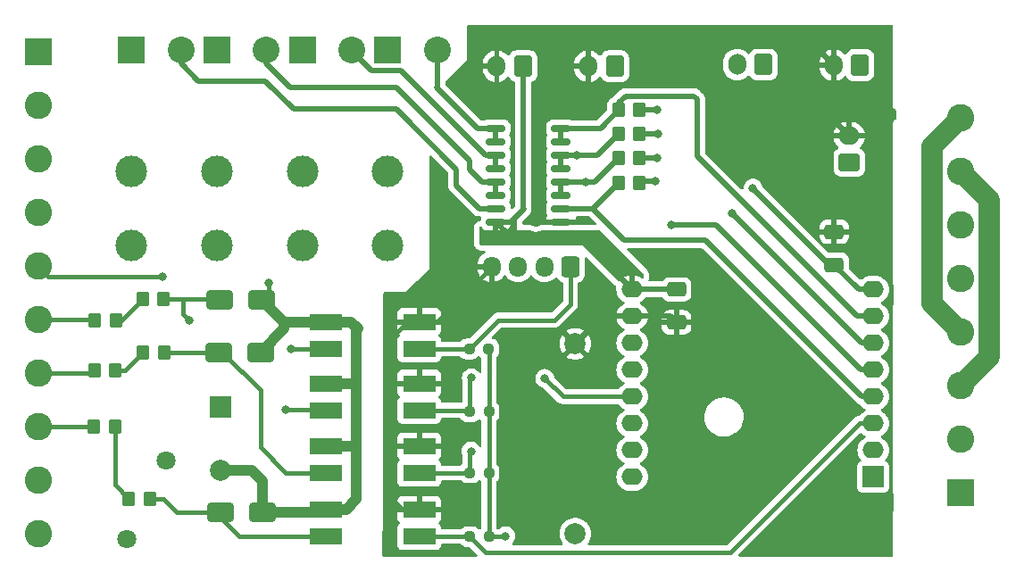
<source format=gbr>
%TF.GenerationSoftware,KiCad,Pcbnew,7.0.8*%
%TF.CreationDate,2025-02-03T20:38:03+05:30*%
%TF.ProjectId,WemosD1Mini-8266,57656d6f-7344-4314-9d69-6e692d383236,rev?*%
%TF.SameCoordinates,Original*%
%TF.FileFunction,Copper,L2,Bot*%
%TF.FilePolarity,Positive*%
%FSLAX46Y46*%
G04 Gerber Fmt 4.6, Leading zero omitted, Abs format (unit mm)*
G04 Created by KiCad (PCBNEW 7.0.8) date 2025-02-03 20:38:03*
%MOMM*%
%LPD*%
G01*
G04 APERTURE LIST*
G04 Aperture macros list*
%AMRoundRect*
0 Rectangle with rounded corners*
0 $1 Rounding radius*
0 $2 $3 $4 $5 $6 $7 $8 $9 X,Y pos of 4 corners*
0 Add a 4 corners polygon primitive as box body*
4,1,4,$2,$3,$4,$5,$6,$7,$8,$9,$2,$3,0*
0 Add four circle primitives for the rounded corners*
1,1,$1+$1,$2,$3*
1,1,$1+$1,$4,$5*
1,1,$1+$1,$6,$7*
1,1,$1+$1,$8,$9*
0 Add four rect primitives between the rounded corners*
20,1,$1+$1,$2,$3,$4,$5,0*
20,1,$1+$1,$4,$5,$6,$7,0*
20,1,$1+$1,$6,$7,$8,$9,0*
20,1,$1+$1,$8,$9,$2,$3,0*%
G04 Aperture macros list end*
%TA.AperFunction,ComponentPad*%
%ADD10R,2.000000X2.000000*%
%TD*%
%TA.AperFunction,ComponentPad*%
%ADD11O,2.000000X1.600000*%
%TD*%
%TA.AperFunction,ComponentPad*%
%ADD12C,3.000000*%
%TD*%
%TA.AperFunction,ComponentPad*%
%ADD13R,2.540000X2.540000*%
%TD*%
%TA.AperFunction,ComponentPad*%
%ADD14C,2.540000*%
%TD*%
%TA.AperFunction,ComponentPad*%
%ADD15C,2.000000*%
%TD*%
%TA.AperFunction,ComponentPad*%
%ADD16RoundRect,0.250000X0.750000X-0.600000X0.750000X0.600000X-0.750000X0.600000X-0.750000X-0.600000X0*%
%TD*%
%TA.AperFunction,ComponentPad*%
%ADD17O,2.000000X1.700000*%
%TD*%
%TA.AperFunction,ComponentPad*%
%ADD18R,2.600000X2.600000*%
%TD*%
%TA.AperFunction,ComponentPad*%
%ADD19C,2.600000*%
%TD*%
%TA.AperFunction,ComponentPad*%
%ADD20RoundRect,0.250000X0.600000X0.750000X-0.600000X0.750000X-0.600000X-0.750000X0.600000X-0.750000X0*%
%TD*%
%TA.AperFunction,ComponentPad*%
%ADD21O,1.700000X2.000000*%
%TD*%
%TA.AperFunction,ComponentPad*%
%ADD22C,1.800000*%
%TD*%
%TA.AperFunction,ComponentPad*%
%ADD23RoundRect,0.250000X0.600000X0.725000X-0.600000X0.725000X-0.600000X-0.725000X0.600000X-0.725000X0*%
%TD*%
%TA.AperFunction,ComponentPad*%
%ADD24O,1.700000X1.950000*%
%TD*%
%TA.AperFunction,SMDPad,CuDef*%
%ADD25RoundRect,0.250000X-0.350000X-0.450000X0.350000X-0.450000X0.350000X0.450000X-0.350000X0.450000X0*%
%TD*%
%TA.AperFunction,SMDPad,CuDef*%
%ADD26RoundRect,0.237500X0.250000X0.237500X-0.250000X0.237500X-0.250000X-0.237500X0.250000X-0.237500X0*%
%TD*%
%TA.AperFunction,SMDPad,CuDef*%
%ADD27RoundRect,0.162500X0.750000X0.162500X-0.750000X0.162500X-0.750000X-0.162500X0.750000X-0.162500X0*%
%TD*%
%TA.AperFunction,SMDPad,CuDef*%
%ADD28R,3.100000X1.600000*%
%TD*%
%TA.AperFunction,SMDPad,CuDef*%
%ADD29RoundRect,0.250000X-1.000000X-0.650000X1.000000X-0.650000X1.000000X0.650000X-1.000000X0.650000X0*%
%TD*%
%TA.AperFunction,SMDPad,CuDef*%
%ADD30RoundRect,0.250000X0.650000X-0.412500X0.650000X0.412500X-0.650000X0.412500X-0.650000X-0.412500X0*%
%TD*%
%TA.AperFunction,SMDPad,CuDef*%
%ADD31RoundRect,0.250000X-0.650000X0.412500X-0.650000X-0.412500X0.650000X-0.412500X0.650000X0.412500X0*%
%TD*%
%TA.AperFunction,ViaPad*%
%ADD32C,0.800000*%
%TD*%
%TA.AperFunction,Conductor*%
%ADD33C,0.400000*%
%TD*%
%TA.AperFunction,Conductor*%
%ADD34C,0.500000*%
%TD*%
%TA.AperFunction,Conductor*%
%ADD35C,1.000000*%
%TD*%
%TA.AperFunction,Conductor*%
%ADD36C,2.000000*%
%TD*%
G04 APERTURE END LIST*
D10*
%TO.P,U5,1,~{RST}*%
%TO.N,unconnected-(U5-~{RST}-Pad1)*%
X184825000Y-143210000D03*
D11*
%TO.P,U5,2,A0*%
%TO.N,Net-(U5-A0)*%
X184825000Y-140670000D03*
%TO.P,U5,3,D0*%
%TO.N,/Voltage Sensing/In1*%
X184825000Y-138130000D03*
%TO.P,U5,4,SCK/D5*%
%TO.N,/Relays/RL1*%
X184825000Y-135590000D03*
%TO.P,U5,5,MISO/D6*%
%TO.N,/Relays/RL2*%
X184825000Y-133050000D03*
%TO.P,U5,6,MOSI/D7*%
%TO.N,/Relays/RL3*%
X184825000Y-130510000D03*
%TO.P,U5,7,CS/D8*%
%TO.N,/Relays/RL4*%
X184825000Y-127970000D03*
%TO.P,U5,8,3V3*%
%TO.N,+3.3V*%
X184825000Y-125430000D03*
%TO.P,U5,9,5V*%
%TO.N,+5V*%
X161965000Y-125430000D03*
%TO.P,U5,10,GND*%
%TO.N,Earth*%
X161965000Y-127970000D03*
%TO.P,U5,11,D4*%
%TO.N,unconnected-(U5-D4-Pad11)*%
X161965000Y-130510000D03*
%TO.P,U5,12,D3*%
%TO.N,/Voltage Sensing/In4*%
X161965000Y-133050000D03*
%TO.P,U5,13,SDA/D2*%
%TO.N,/Voltage Sensing/In3*%
X161965000Y-135590000D03*
%TO.P,U5,14,SCL/D1*%
%TO.N,/Voltage Sensing/In2*%
X161965000Y-138130000D03*
%TO.P,U5,15,RX*%
%TO.N,unconnected-(U5-RX-Pad15)*%
X161965000Y-140670000D03*
%TO.P,U5,16,TX*%
%TO.N,unconnected-(U5-TX-Pad16)*%
X161965000Y-143210000D03*
%TD*%
D12*
%TO.P,RL3,13*%
%TO.N,/Load2*%
X122580000Y-114220000D03*
%TO.P,RL3,14*%
%TO.N,/AC{slash}L*%
X122580000Y-121220000D03*
D13*
%TO.P,RL3,A1*%
%TO.N,+5V*%
X122580000Y-102720000D03*
D14*
%TO.P,RL3,A2*%
%TO.N,Net-(U6-O5)*%
X127280000Y-102720000D03*
%TD*%
D10*
%TO.P,PS1,1,AC/L*%
%TO.N,/AC{slash}L(P)*%
X122970000Y-136580000D03*
D15*
%TO.P,PS1,2,AC/N*%
%TO.N,/AC{slash}N*%
X122970000Y-142580000D03*
%TO.P,PS1,3,-Vout*%
%TO.N,Earth*%
X156570000Y-130580000D03*
%TO.P,PS1,4,+Vout*%
%TO.N,+5V*%
X156570000Y-148580000D03*
%TD*%
D16*
%TO.P,J5,1,Pin_1*%
%TO.N,/Voltage Sensing/In1*%
X182555000Y-113370000D03*
D17*
%TO.P,J5,2,Pin_2*%
%TO.N,Earth*%
X182555000Y-110870000D03*
%TD*%
D18*
%TO.P,J8,1,Pin_1*%
%TO.N,Net-(J8-Pin_1)*%
X193130000Y-144700000D03*
D19*
%TO.P,J8,2,Pin_2*%
%TO.N,Net-(J8-Pin_2)*%
X193130000Y-139620000D03*
%TO.P,J8,3,Pin_3*%
%TO.N,Net-(J8-Pin_3)*%
X193130000Y-134540000D03*
%TO.P,J8,4,Pin_4*%
%TO.N,Net-(J8-Pin_4)*%
X193130000Y-129460000D03*
%TO.P,J8,5,Pin_5*%
%TO.N,Net-(J8-Pin_1)*%
X193130000Y-124380000D03*
%TO.P,J8,6,Pin_6*%
%TO.N,Net-(J8-Pin_2)*%
X193130000Y-119300000D03*
%TO.P,J8,7,Pin_7*%
%TO.N,Net-(J8-Pin_3)*%
X193130000Y-114220000D03*
%TO.P,J8,8,Pin_8*%
%TO.N,Net-(J8-Pin_4)*%
X193130000Y-109140000D03*
%TD*%
D20*
%TO.P,J3,1,Pin_1*%
%TO.N,+3.3V*%
X160330000Y-104245000D03*
D21*
%TO.P,J3,2,Pin_2*%
%TO.N,Earth*%
X157830000Y-104245000D03*
%TD*%
D22*
%TO.P,RV1,1*%
%TO.N,/AC{slash}L(P)*%
X117780000Y-141620000D03*
%TO.P,RV1,2*%
%TO.N,/AC{slash}N*%
X114080000Y-149120000D03*
%TD*%
D20*
%TO.P,J2,1,Pin_1*%
%TO.N,+5V*%
X151630000Y-104245000D03*
D21*
%TO.P,J2,2,Pin_2*%
%TO.N,Earth*%
X149130000Y-104245000D03*
%TD*%
D12*
%TO.P,RL1,13*%
%TO.N,/Load4*%
X138780000Y-114220000D03*
%TO.P,RL1,14*%
%TO.N,/AC{slash}L*%
X138780000Y-121220000D03*
D13*
%TO.P,RL1,A1*%
%TO.N,+5V*%
X138780000Y-102720000D03*
D14*
%TO.P,RL1,A2*%
%TO.N,Net-(U6-O1)*%
X143480000Y-102720000D03*
%TD*%
D12*
%TO.P,RL2,13*%
%TO.N,/Load3*%
X130680000Y-114220000D03*
%TO.P,RL2,14*%
%TO.N,/AC{slash}L*%
X130680000Y-121220000D03*
D13*
%TO.P,RL2,A1*%
%TO.N,+5V*%
X130680000Y-102720000D03*
D14*
%TO.P,RL2,A2*%
%TO.N,Net-(U6-O3)*%
X135380000Y-102720000D03*
%TD*%
D20*
%TO.P,J7,1,Pin_1*%
%TO.N,Net-(J7-Pin_1)*%
X183580000Y-104145000D03*
D21*
%TO.P,J7,2,Pin_2*%
%TO.N,Earth*%
X181080000Y-104145000D03*
%TD*%
D12*
%TO.P,RL4,13*%
%TO.N,/Load1*%
X114480000Y-114230000D03*
%TO.P,RL4,14*%
%TO.N,/AC{slash}L*%
X114480000Y-121230000D03*
D13*
%TO.P,RL4,A1*%
%TO.N,+5V*%
X114480000Y-102730000D03*
D14*
%TO.P,RL4,A2*%
%TO.N,Net-(U6-O7)*%
X119180000Y-102730000D03*
%TD*%
D20*
%TO.P,J6,1,Pin_1*%
%TO.N,+3.3V*%
X174430000Y-104095000D03*
D21*
%TO.P,J6,2,Pin_2*%
%TO.N,Net-(J6-Pin_2)*%
X171930000Y-104095000D03*
%TD*%
D18*
%TO.P,J1,1,Pin_1*%
%TO.N,/Load4*%
X105630000Y-102860000D03*
D19*
%TO.P,J1,2,Pin_2*%
%TO.N,/Load3*%
X105630000Y-107940000D03*
%TO.P,J1,3,Pin_3*%
%TO.N,/Load2*%
X105630000Y-113020000D03*
%TO.P,J1,4,Pin_4*%
%TO.N,/Load1*%
X105630000Y-118100000D03*
%TO.P,J1,5,Pin_5*%
%TO.N,/M4*%
X105630000Y-123180000D03*
%TO.P,J1,6,Pin_6*%
%TO.N,/M3*%
X105630000Y-128260000D03*
%TO.P,J1,7,Pin_7*%
%TO.N,/M2*%
X105630000Y-133340000D03*
%TO.P,J1,8,Pin_8*%
%TO.N,/M1*%
X105630000Y-138420000D03*
%TO.P,J1,9,Pin_9*%
%TO.N,/AC{slash}L*%
X105630000Y-143500000D03*
%TO.P,J1,10,Pin_10*%
%TO.N,/AC{slash}N*%
X105630000Y-148580000D03*
%TD*%
D23*
%TO.P,J4,1,Pin_1*%
%TO.N,/Voltage Sensing/In4*%
X156130000Y-123270000D03*
D24*
%TO.P,J4,2,Pin_2*%
%TO.N,/Voltage Sensing/In3*%
X153630000Y-123270000D03*
%TO.P,J4,3,Pin_3*%
%TO.N,/Voltage Sensing/In2*%
X151130000Y-123270000D03*
%TO.P,J4,4,Pin_4*%
%TO.N,Earth*%
X148630000Y-123270000D03*
%TD*%
D25*
%TO.P,R4,1*%
%TO.N,/M2*%
X110980000Y-133120000D03*
%TO.P,R4,2*%
%TO.N,Net-(R4-Pad2)*%
X112980000Y-133120000D03*
%TD*%
D26*
%TO.P,R3,1*%
%TO.N,+3.3V*%
X148392500Y-148870000D03*
%TO.P,R3,2*%
%TO.N,/Voltage Sensing/In1*%
X146567500Y-148870000D03*
%TD*%
D27*
%TO.P,U6,1,I1*%
%TO.N,/Relays/RL4*%
X155217500Y-110125000D03*
%TO.P,U6,2,I2*%
X155217500Y-111395000D03*
%TO.P,U6,3,I3*%
%TO.N,/Relays/RL3*%
X155217500Y-112665000D03*
%TO.P,U6,4,I4*%
X155217500Y-113935000D03*
%TO.P,U6,5,I5*%
%TO.N,/Relays/RL2*%
X155217500Y-115205000D03*
%TO.P,U6,6,I6*%
X155217500Y-116475000D03*
%TO.P,U6,7,I7*%
%TO.N,/Relays/RL1*%
X155217500Y-117745000D03*
%TO.P,U6,8,GND*%
%TO.N,Earth*%
X155217500Y-119015000D03*
%TO.P,U6,9,COM*%
%TO.N,+5V*%
X149042500Y-119015000D03*
%TO.P,U6,10,O7*%
%TO.N,Net-(U6-O7)*%
X149042500Y-117745000D03*
%TO.P,U6,11,O6*%
%TO.N,Net-(U6-O5)*%
X149042500Y-116475000D03*
%TO.P,U6,12,O5*%
X149042500Y-115205000D03*
%TO.P,U6,13,O4*%
%TO.N,Net-(U6-O3)*%
X149042500Y-113935000D03*
%TO.P,U6,14,O3*%
X149042500Y-112665000D03*
%TO.P,U6,15,O2*%
%TO.N,Net-(U6-O1)*%
X149042500Y-111395000D03*
%TO.P,U6,16,O1*%
X149042500Y-110125000D03*
%TD*%
D26*
%TO.P,R9,1*%
%TO.N,+3.3V*%
X148392500Y-137020000D03*
%TO.P,R9,2*%
%TO.N,/Voltage Sensing/In3*%
X146567500Y-137020000D03*
%TD*%
%TO.P,R14,1*%
%TO.N,+3.3V*%
X148342500Y-131070000D03*
%TO.P,R14,2*%
%TO.N,/Voltage Sensing/In4*%
X146517500Y-131070000D03*
%TD*%
D25*
%TO.P,R8,1*%
%TO.N,Net-(R7-Pad2)*%
X115530000Y-126320000D03*
%TO.P,R8,2*%
%TO.N,Net-(D3-K)*%
X117530000Y-126320000D03*
%TD*%
%TO.P,R18,1*%
%TO.N,/Relays/RL1*%
X160680000Y-115320000D03*
%TO.P,R18,2*%
%TO.N,Net-(D5-A)*%
X162680000Y-115320000D03*
%TD*%
%TO.P,R15,1*%
%TO.N,/Relays/RL3*%
X160680000Y-110670000D03*
%TO.P,R15,2*%
%TO.N,Net-(D7-A)*%
X162680000Y-110670000D03*
%TD*%
D28*
%TO.P,U4,1*%
%TO.N,Net-(D4-K)*%
X132885000Y-131040000D03*
%TO.P,U4,2*%
%TO.N,/AC{slash}N*%
X132885000Y-128500000D03*
%TO.P,U4,3*%
%TO.N,Earth*%
X141775000Y-128500000D03*
%TO.P,U4,4*%
%TO.N,/Voltage Sensing/In4*%
X141775000Y-131040000D03*
%TD*%
D25*
%TO.P,R5,1*%
%TO.N,Net-(R4-Pad2)*%
X115580000Y-131370000D03*
%TO.P,R5,2*%
%TO.N,Net-(D2-K)*%
X117580000Y-131370000D03*
%TD*%
D29*
%TO.P,D3,1,K*%
%TO.N,Net-(D3-K)*%
X122830000Y-126370000D03*
%TO.P,D3,2,A*%
%TO.N,/AC{slash}N*%
X126830000Y-126370000D03*
%TD*%
%TO.P,D1,1,K*%
%TO.N,Net-(D1-K)*%
X122930000Y-146570000D03*
%TO.P,D1,2,A*%
%TO.N,/AC{slash}N*%
X126930000Y-146570000D03*
%TD*%
%TO.P,D2,1,K*%
%TO.N,Net-(D2-K)*%
X122730000Y-131370000D03*
%TO.P,D2,2,A*%
%TO.N,/AC{slash}N*%
X126730000Y-131370000D03*
%TD*%
D28*
%TO.P,U3,1*%
%TO.N,Net-(D3-K)*%
X132885000Y-136890000D03*
%TO.P,U3,2*%
%TO.N,/AC{slash}N*%
X132885000Y-134350000D03*
%TO.P,U3,3*%
%TO.N,Earth*%
X141775000Y-134350000D03*
%TO.P,U3,4*%
%TO.N,/Voltage Sensing/In3*%
X141775000Y-136890000D03*
%TD*%
D30*
%TO.P,C1,1*%
%TO.N,+3.3V*%
X181130000Y-123070000D03*
%TO.P,C1,2*%
%TO.N,Earth*%
X181130000Y-119945000D03*
%TD*%
D28*
%TO.P,U2,1*%
%TO.N,Net-(D2-K)*%
X132885000Y-142840000D03*
%TO.P,U2,2*%
%TO.N,/AC{slash}N*%
X132885000Y-140300000D03*
%TO.P,U2,3*%
%TO.N,Earth*%
X141775000Y-140300000D03*
%TO.P,U2,4*%
%TO.N,/Voltage Sensing/In2*%
X141775000Y-142840000D03*
%TD*%
%TO.P,U1,1*%
%TO.N,Net-(D1-K)*%
X132885000Y-148840000D03*
%TO.P,U1,2*%
%TO.N,/AC{slash}N*%
X132885000Y-146300000D03*
%TO.P,U1,3*%
%TO.N,Earth*%
X141775000Y-146300000D03*
%TO.P,U1,4*%
%TO.N,/Voltage Sensing/In1*%
X141775000Y-148840000D03*
%TD*%
D31*
%TO.P,C2,1*%
%TO.N,+5V*%
X166180000Y-125420000D03*
%TO.P,C2,2*%
%TO.N,Earth*%
X166180000Y-128545000D03*
%TD*%
D25*
%TO.P,R7,1*%
%TO.N,/M3*%
X111030000Y-128320000D03*
%TO.P,R7,2*%
%TO.N,Net-(R7-Pad2)*%
X113030000Y-128320000D03*
%TD*%
D26*
%TO.P,R6,1*%
%TO.N,+3.3V*%
X148392500Y-142820000D03*
%TO.P,R6,2*%
%TO.N,/Voltage Sensing/In2*%
X146567500Y-142820000D03*
%TD*%
D25*
%TO.P,R2,1*%
%TO.N,Net-(R1-Pad2)*%
X114230000Y-145270000D03*
%TO.P,R2,2*%
%TO.N,Net-(D1-K)*%
X116230000Y-145270000D03*
%TD*%
%TO.P,R16,1*%
%TO.N,/Relays/RL4*%
X160680000Y-108420000D03*
%TO.P,R16,2*%
%TO.N,Net-(D8-A)*%
X162680000Y-108420000D03*
%TD*%
%TO.P,R1,1*%
%TO.N,/M1*%
X110930000Y-138420000D03*
%TO.P,R1,2*%
%TO.N,Net-(R1-Pad2)*%
X112930000Y-138420000D03*
%TD*%
%TO.P,R17,1*%
%TO.N,/Relays/RL2*%
X160680000Y-112920000D03*
%TO.P,R17,2*%
%TO.N,Net-(D6-A)*%
X162680000Y-112920000D03*
%TD*%
D32*
%TO.N,Earth*%
X153280000Y-126820000D03*
X152830000Y-119070000D03*
%TO.N,/Voltage Sensing/In2*%
X146680000Y-140770000D03*
%TO.N,/Voltage Sensing/In3*%
X153680000Y-133870000D03*
X146730000Y-133820000D03*
%TO.N,/AC{slash}N*%
X127530000Y-124820000D03*
%TO.N,Net-(D4-K)*%
X129630000Y-131070000D03*
%TO.N,+3.3V*%
X149980000Y-148820000D03*
X173430000Y-115820000D03*
%TO.N,/M4*%
X117430000Y-124170000D03*
%TO.N,Net-(D3-K)*%
X129130000Y-136820000D03*
X119930000Y-128320000D03*
%TO.N,/Relays/RL2*%
X157530000Y-115205000D03*
X165680000Y-119320000D03*
%TO.N,/Relays/RL3*%
X156680000Y-112665000D03*
X171430000Y-118220000D03*
%TO.N,Net-(D5-A)*%
X164130000Y-115170000D03*
%TO.N,Net-(D6-A)*%
X164330000Y-112920000D03*
%TO.N,Net-(D7-A)*%
X164380000Y-110670000D03*
%TO.N,Net-(D8-A)*%
X164330000Y-108370000D03*
%TD*%
D33*
%TO.N,/Voltage Sensing/In1*%
X184825000Y-138130000D02*
X183520000Y-138130000D01*
X141775000Y-148840000D02*
X146537500Y-148840000D01*
X146537500Y-148840000D02*
X146567500Y-148870000D01*
X171280000Y-150370000D02*
X148067500Y-150370000D01*
X148067500Y-150370000D02*
X146567500Y-148870000D01*
X183520000Y-138130000D02*
X171280000Y-150370000D01*
%TO.N,Earth*%
X141775000Y-134350000D02*
X139100000Y-134350000D01*
D34*
X161965000Y-127970000D02*
X165605000Y-127970000D01*
X181130000Y-119945000D02*
X183505000Y-119945000D01*
D33*
X138930000Y-134520000D02*
X138930000Y-130320000D01*
X141775000Y-140300000D02*
X138960000Y-140300000D01*
D34*
X153280000Y-126820000D02*
X145980000Y-126820000D01*
D33*
X138960000Y-140300000D02*
X138930000Y-140270000D01*
D34*
X184130000Y-110870000D02*
X182555000Y-110870000D01*
D33*
X139100000Y-134350000D02*
X138930000Y-134520000D01*
D34*
X183505000Y-119945000D02*
X185380000Y-118070000D01*
X182555000Y-110870000D02*
X181080000Y-109395000D01*
D33*
X138930000Y-145020000D02*
X138930000Y-140270000D01*
X138880000Y-130270000D02*
X140650000Y-128500000D01*
D34*
X185380000Y-112120000D02*
X184130000Y-110870000D01*
X145980000Y-126820000D02*
X145530000Y-126370000D01*
X155217500Y-119015000D02*
X152885000Y-119015000D01*
X159180000Y-127970000D02*
X161965000Y-127970000D01*
D33*
X141775000Y-146300000D02*
X140210000Y-146300000D01*
D34*
X181080000Y-104145000D02*
X178055000Y-101120000D01*
D33*
X140650000Y-128500000D02*
X141775000Y-128500000D01*
X138930000Y-140270000D02*
X138930000Y-134520000D01*
D34*
X152885000Y-119015000D02*
X152830000Y-119070000D01*
X181080000Y-109395000D02*
X181080000Y-104145000D01*
X157830000Y-102720000D02*
X157830000Y-104245000D01*
X156570000Y-130580000D02*
X159180000Y-127970000D01*
X165605000Y-127970000D02*
X166180000Y-128545000D01*
X159430000Y-101120000D02*
X157830000Y-102720000D01*
D33*
X140210000Y-146300000D02*
X138930000Y-145020000D01*
D34*
X185380000Y-118070000D02*
X185380000Y-112120000D01*
D33*
X141775000Y-128500000D02*
X143400000Y-128500000D01*
X143400000Y-128500000D02*
X145530000Y-126370000D01*
X138930000Y-130320000D02*
X138880000Y-130270000D01*
D34*
X178055000Y-101120000D02*
X159430000Y-101120000D01*
D33*
X145530000Y-126370000D02*
X148630000Y-123270000D01*
%TO.N,/Voltage Sensing/In2*%
X146567500Y-140882500D02*
X146680000Y-140770000D01*
X146567500Y-142820000D02*
X141795000Y-142820000D01*
X141795000Y-142820000D02*
X141775000Y-142840000D01*
X146567500Y-142820000D02*
X146567500Y-140882500D01*
%TO.N,/Voltage Sensing/In3*%
X146567500Y-137020000D02*
X146567500Y-133982500D01*
X146567500Y-133982500D02*
X146730000Y-133820000D01*
X146437500Y-136890000D02*
X146567500Y-137020000D01*
X155400000Y-135590000D02*
X161965000Y-135590000D01*
X153680000Y-133870000D02*
X155400000Y-135590000D01*
X141775000Y-136890000D02*
X146437500Y-136890000D01*
%TO.N,Net-(D1-K)*%
X116230000Y-145270000D02*
X117480000Y-145270000D01*
X122930000Y-147070000D02*
X124700000Y-148840000D01*
X122930000Y-146570000D02*
X122930000Y-147070000D01*
X124700000Y-148840000D02*
X132885000Y-148840000D01*
X118780000Y-146570000D02*
X122930000Y-146570000D01*
X117480000Y-145270000D02*
X118780000Y-146570000D01*
%TO.N,/AC{slash}N*%
X127530000Y-125670000D02*
X126830000Y-126370000D01*
D35*
X134850000Y-146300000D02*
X135830000Y-145320000D01*
X128960000Y-128500000D02*
X126830000Y-126370000D01*
X135830000Y-134570000D02*
X135830000Y-129220000D01*
X128960000Y-129140000D02*
X128960000Y-128500000D01*
X125890000Y-142580000D02*
X126930000Y-143620000D01*
X126730000Y-131370000D02*
X128960000Y-129140000D01*
D33*
X127530000Y-124820000D02*
X127530000Y-125670000D01*
D35*
X126930000Y-146570000D02*
X132615000Y-146570000D01*
X135830000Y-140570000D02*
X135830000Y-134570000D01*
X132615000Y-146570000D02*
X132885000Y-146300000D01*
X132885000Y-134350000D02*
X135610000Y-134350000D01*
X126930000Y-143620000D02*
X126930000Y-146570000D01*
X135560000Y-140300000D02*
X135830000Y-140570000D01*
X135310000Y-128500000D02*
X132885000Y-128500000D01*
X132885000Y-140300000D02*
X135560000Y-140300000D01*
X122970000Y-142580000D02*
X125890000Y-142580000D01*
X132885000Y-146300000D02*
X134850000Y-146300000D01*
X132885000Y-128500000D02*
X128960000Y-128500000D01*
X135610000Y-134350000D02*
X135830000Y-134570000D01*
X135830000Y-145320000D02*
X135830000Y-140570000D01*
X135930000Y-129120000D02*
X135310000Y-128500000D01*
X135830000Y-129220000D02*
X135930000Y-129120000D01*
D33*
%TO.N,Net-(D2-K)*%
X129150000Y-142840000D02*
X126730000Y-140420000D01*
X123130000Y-131370000D02*
X122730000Y-131370000D01*
X126730000Y-140420000D02*
X126730000Y-134970000D01*
X126730000Y-134970000D02*
X123130000Y-131370000D01*
X117580000Y-131370000D02*
X122730000Y-131370000D01*
X132885000Y-142840000D02*
X129150000Y-142840000D01*
D34*
%TO.N,+5V*%
X158680000Y-120620000D02*
X158980000Y-120920000D01*
X151680000Y-117770000D02*
X151630000Y-117720000D01*
X149042500Y-119015000D02*
X150435000Y-119015000D01*
X158980000Y-120920000D02*
X158980000Y-122445000D01*
X150030000Y-120002500D02*
X150030000Y-120620000D01*
X150030000Y-120620000D02*
X158680000Y-120620000D01*
X166180000Y-125420000D02*
X161975000Y-125420000D01*
X158980000Y-122445000D02*
X161965000Y-125430000D01*
X161975000Y-125420000D02*
X161965000Y-125430000D01*
X149042500Y-119015000D02*
X150030000Y-120002500D01*
X150435000Y-119015000D02*
X151680000Y-117770000D01*
X151630000Y-117720000D02*
X151630000Y-104245000D01*
D33*
%TO.N,Net-(D4-K)*%
X129630000Y-131070000D02*
X132855000Y-131070000D01*
X132855000Y-131070000D02*
X132885000Y-131040000D01*
%TO.N,+3.3V*%
X148392500Y-131120000D02*
X148342500Y-131070000D01*
D34*
X180680000Y-123070000D02*
X181130000Y-123070000D01*
X183490000Y-125430000D02*
X181130000Y-123070000D01*
D33*
X149930000Y-148870000D02*
X149980000Y-148820000D01*
X148392500Y-137020000D02*
X148392500Y-131120000D01*
D34*
X184825000Y-125430000D02*
X183490000Y-125430000D01*
X173430000Y-115820000D02*
X180680000Y-123070000D01*
D33*
X148392500Y-148870000D02*
X148392500Y-142820000D01*
X148392500Y-148870000D02*
X149930000Y-148870000D01*
X148392500Y-142820000D02*
X148392500Y-137020000D01*
D34*
%TO.N,Net-(U6-O5)*%
X139630000Y-106270000D02*
X129560000Y-106270000D01*
X147765000Y-115205000D02*
X146580000Y-114020000D01*
X149007500Y-115170000D02*
X149042500Y-115205000D01*
X149042500Y-116475000D02*
X149042500Y-115205000D01*
X129560000Y-106270000D02*
X127280000Y-103990000D01*
X146580000Y-113220000D02*
X139630000Y-106270000D01*
X146580000Y-114020000D02*
X146580000Y-113220000D01*
X127280000Y-103990000D02*
X127280000Y-102720000D01*
X149042500Y-115205000D02*
X147765000Y-115205000D01*
%TO.N,Net-(U6-O1)*%
X149042500Y-111395000D02*
X149042500Y-110125000D01*
X143480000Y-106220000D02*
X143480000Y-102720000D01*
X149042500Y-110125000D02*
X147285000Y-110125000D01*
X143430000Y-106270000D02*
X143480000Y-106220000D01*
X147285000Y-110125000D02*
X143430000Y-106270000D01*
%TO.N,Net-(U6-O3)*%
X137240760Y-104640000D02*
X140050000Y-104640000D01*
X140050000Y-104640000D02*
X148075000Y-112665000D01*
X135380000Y-102720000D02*
X135380000Y-102779240D01*
X148075000Y-112665000D02*
X149042500Y-112665000D01*
X149042500Y-113935000D02*
X149042500Y-112665000D01*
X135380000Y-102779240D02*
X137240760Y-104640000D01*
D33*
%TO.N,/M4*%
X105630000Y-123180000D02*
X106620000Y-124170000D01*
X106620000Y-124170000D02*
X117430000Y-124170000D01*
%TO.N,/M3*%
X110970000Y-128260000D02*
X111030000Y-128320000D01*
X105630000Y-128260000D02*
X110970000Y-128260000D01*
%TO.N,Net-(D3-K)*%
X122780000Y-126320000D02*
X122830000Y-126370000D01*
X117530000Y-126320000D02*
X119380000Y-126320000D01*
X129130000Y-136820000D02*
X132815000Y-136820000D01*
X119380000Y-126320000D02*
X122780000Y-126320000D01*
X119380000Y-126320000D02*
X119380000Y-127770000D01*
X132815000Y-136820000D02*
X132885000Y-136890000D01*
X119380000Y-127770000D02*
X119930000Y-128320000D01*
%TO.N,Net-(R1-Pad2)*%
X112930000Y-138420000D02*
X112930000Y-143970000D01*
X112930000Y-143970000D02*
X114230000Y-145270000D01*
%TO.N,Net-(R4-Pad2)*%
X113830000Y-133120000D02*
X115580000Y-131370000D01*
X112980000Y-133120000D02*
X113830000Y-133120000D01*
%TO.N,/M2*%
X110760000Y-133340000D02*
X110980000Y-133120000D01*
X105630000Y-133340000D02*
X110760000Y-133340000D01*
%TO.N,/M1*%
X105630000Y-138420000D02*
X110930000Y-138420000D01*
%TO.N,Net-(R7-Pad2)*%
X113530000Y-128320000D02*
X115530000Y-126320000D01*
X113030000Y-128320000D02*
X113530000Y-128320000D01*
%TO.N,/Voltage Sensing/In4*%
X156130000Y-126820000D02*
X156130000Y-123270000D01*
X154630000Y-128320000D02*
X156130000Y-126820000D01*
X141805000Y-131070000D02*
X141775000Y-131040000D01*
X149267500Y-128320000D02*
X154630000Y-128320000D01*
X146517500Y-131070000D02*
X141805000Y-131070000D01*
X146517500Y-131070000D02*
X149267500Y-128320000D01*
D34*
%TO.N,Net-(U6-O7)*%
X145280000Y-115570000D02*
X147455000Y-117745000D01*
X145280000Y-114020000D02*
X145280000Y-115570000D01*
X147455000Y-117745000D02*
X149042500Y-117745000D01*
X119180000Y-104000000D02*
X120850000Y-105670000D01*
X139580000Y-108320000D02*
X145280000Y-114020000D01*
X129830000Y-108320000D02*
X139580000Y-108320000D01*
X120850000Y-105670000D02*
X127180000Y-105670000D01*
X119180000Y-102730000D02*
X119180000Y-104000000D01*
X127180000Y-105670000D02*
X129830000Y-108320000D01*
%TO.N,/Relays/RL2*%
X169880000Y-119320000D02*
X183610000Y-133050000D01*
X158395000Y-115205000D02*
X157530000Y-115205000D01*
X155217500Y-116475000D02*
X155217500Y-115205000D01*
X183610000Y-133050000D02*
X184825000Y-133050000D01*
X165680000Y-119320000D02*
X169880000Y-119320000D01*
X158395000Y-115205000D02*
X160680000Y-112920000D01*
X157530000Y-115205000D02*
X155217500Y-115205000D01*
%TO.N,/Relays/RL1*%
X183750000Y-135590000D02*
X168880000Y-120720000D01*
X160680000Y-115320000D02*
X158255000Y-117745000D01*
X184825000Y-135590000D02*
X183750000Y-135590000D01*
X168880000Y-120720000D02*
X161230000Y-120720000D01*
X158255000Y-117745000D02*
X155217500Y-117745000D01*
X161230000Y-120720000D02*
X158255000Y-117745000D01*
%TO.N,/Relays/RL3*%
X183720000Y-130510000D02*
X184825000Y-130510000D01*
X158685000Y-112665000D02*
X156680000Y-112665000D01*
X155217500Y-113935000D02*
X155217500Y-112665000D01*
X160680000Y-110670000D02*
X158685000Y-112665000D01*
X156680000Y-112665000D02*
X155217500Y-112665000D01*
X171430000Y-118220000D02*
X183720000Y-130510000D01*
%TO.N,/Relays/RL4*%
X161330000Y-107070000D02*
X160680000Y-107720000D01*
X184825000Y-127970000D02*
X183330000Y-127970000D01*
X155217500Y-110125000D02*
X158975000Y-110125000D01*
X168130000Y-107370000D02*
X167830000Y-107070000D01*
X155217500Y-111395000D02*
X155217500Y-110125000D01*
X158975000Y-110125000D02*
X160680000Y-108420000D01*
X168130000Y-112770000D02*
X168130000Y-107370000D01*
X183330000Y-127970000D02*
X168130000Y-112770000D01*
X167830000Y-107070000D02*
X161330000Y-107070000D01*
X160680000Y-107720000D02*
X160680000Y-108420000D01*
%TO.N,Net-(D5-A)*%
X164130000Y-115170000D02*
X162830000Y-115170000D01*
X162830000Y-115170000D02*
X162680000Y-115320000D01*
%TO.N,Net-(D6-A)*%
X162680000Y-112920000D02*
X164330000Y-112920000D01*
%TO.N,Net-(D7-A)*%
X164380000Y-110670000D02*
X162680000Y-110670000D01*
%TO.N,Net-(D8-A)*%
X162680000Y-108420000D02*
X164280000Y-108420000D01*
X164280000Y-108420000D02*
X164330000Y-108370000D01*
D36*
%TO.N,Net-(J8-Pin_3)*%
X195830000Y-131840000D02*
X195830000Y-116920000D01*
X193130000Y-134540000D02*
X195830000Y-131840000D01*
X195830000Y-116920000D02*
X193130000Y-114220000D01*
%TO.N,Net-(J8-Pin_4)*%
X190430000Y-126760000D02*
X190430000Y-111840000D01*
X190430000Y-111840000D02*
X193130000Y-109140000D01*
X193130000Y-129460000D02*
X190430000Y-126760000D01*
%TD*%
%TA.AperFunction,Conductor*%
%TO.N,Earth*%
G36*
X142955203Y-112757016D02*
G01*
X142961681Y-112763048D01*
X144493181Y-114294548D01*
X144526666Y-114355871D01*
X144529500Y-114382229D01*
X144529500Y-115506294D01*
X144528191Y-115524263D01*
X144524710Y-115548025D01*
X144529264Y-115600064D01*
X144529500Y-115605470D01*
X144529500Y-115613709D01*
X144533306Y-115646274D01*
X144540000Y-115722791D01*
X144541461Y-115729867D01*
X144541403Y-115729878D01*
X144543034Y-115737237D01*
X144543092Y-115737224D01*
X144544757Y-115744250D01*
X144571025Y-115816424D01*
X144595185Y-115889331D01*
X144598236Y-115895874D01*
X144598182Y-115895898D01*
X144601470Y-115902688D01*
X144601521Y-115902663D01*
X144604761Y-115909113D01*
X144604762Y-115909114D01*
X144604763Y-115909117D01*
X144638418Y-115960288D01*
X144646965Y-115973283D01*
X144687287Y-116038655D01*
X144691766Y-116044319D01*
X144691719Y-116044356D01*
X144696482Y-116050202D01*
X144696528Y-116050164D01*
X144701173Y-116055700D01*
X144736824Y-116089334D01*
X144757018Y-116108386D01*
X145819244Y-117170612D01*
X146879267Y-118230634D01*
X146891048Y-118244266D01*
X146905390Y-118263530D01*
X146945420Y-118297119D01*
X146949392Y-118300759D01*
X146955223Y-118306590D01*
X146980939Y-118326923D01*
X147039786Y-118376302D01*
X147039788Y-118376303D01*
X147045823Y-118380272D01*
X147045789Y-118380322D01*
X147052144Y-118384370D01*
X147052177Y-118384318D01*
X147058319Y-118388107D01*
X147058323Y-118388110D01*
X147125639Y-118419500D01*
X147127914Y-118420561D01*
X147196558Y-118455036D01*
X147196561Y-118455037D01*
X147196567Y-118455040D01*
X147196572Y-118455041D01*
X147203355Y-118457510D01*
X147203334Y-118457567D01*
X147210451Y-118460040D01*
X147210470Y-118459984D01*
X147217330Y-118462257D01*
X147292532Y-118477784D01*
X147367279Y-118495500D01*
X147367288Y-118495500D01*
X147374452Y-118496338D01*
X147374445Y-118496397D01*
X147381946Y-118497163D01*
X147381952Y-118497104D01*
X147389140Y-118497733D01*
X147389143Y-118497732D01*
X147389144Y-118497733D01*
X147465898Y-118495500D01*
X147540781Y-118495500D01*
X147607820Y-118515185D01*
X147653575Y-118567989D01*
X147663519Y-118637147D01*
X147659166Y-118656390D01*
X147635570Y-118732111D01*
X147629500Y-118798911D01*
X147629500Y-118816852D01*
X147609815Y-118883891D01*
X147557011Y-118929646D01*
X147523151Y-118939589D01*
X147480541Y-118945716D01*
X147342498Y-118986250D01*
X147342492Y-118986253D01*
X147221462Y-119064035D01*
X147221451Y-119064043D01*
X147168659Y-119109787D01*
X147074433Y-119218528D01*
X147074430Y-119218532D01*
X147014664Y-119349398D01*
X146994978Y-119416439D01*
X146994976Y-119416444D01*
X146974500Y-119558865D01*
X146974500Y-121096622D01*
X146974501Y-121096647D01*
X146985777Y-121202807D01*
X146985779Y-121202821D01*
X146996721Y-121253753D01*
X147030057Y-121355204D01*
X147030059Y-121355209D01*
X147030061Y-121355212D01*
X147030062Y-121355214D01*
X147107225Y-121476640D01*
X147107231Y-121476648D01*
X147152710Y-121529677D01*
X147152716Y-121529685D01*
X147152720Y-121529688D01*
X147152715Y-121529683D01*
X147152721Y-121529688D01*
X147260970Y-121624457D01*
X147260972Y-121624459D01*
X147391537Y-121684892D01*
X147391542Y-121684894D01*
X147458471Y-121704918D01*
X147458490Y-121704922D01*
X147600788Y-121726122D01*
X147916278Y-121727732D01*
X147983216Y-121747758D01*
X148028701Y-121800795D01*
X148038291Y-121870003D01*
X148008942Y-121933410D01*
X147968051Y-121964111D01*
X147952427Y-121971396D01*
X147952420Y-121971400D01*
X147758926Y-122106886D01*
X147758920Y-122106891D01*
X147591891Y-122273920D01*
X147591886Y-122273926D01*
X147456400Y-122467420D01*
X147456399Y-122467422D01*
X147356570Y-122681507D01*
X147356566Y-122681516D01*
X147295432Y-122909673D01*
X147295430Y-122909683D01*
X147285779Y-123020000D01*
X148226031Y-123020000D01*
X148193481Y-123070649D01*
X148155000Y-123201705D01*
X148155000Y-123338295D01*
X148193481Y-123469351D01*
X148226031Y-123520000D01*
X147285779Y-123520000D01*
X147295430Y-123630316D01*
X147295432Y-123630326D01*
X147356566Y-123858483D01*
X147356570Y-123858492D01*
X147456399Y-124072577D01*
X147456400Y-124072579D01*
X147591886Y-124266073D01*
X147591891Y-124266079D01*
X147758917Y-124433105D01*
X147952421Y-124568600D01*
X148166507Y-124668429D01*
X148166516Y-124668433D01*
X148380000Y-124725634D01*
X148380000Y-123678018D01*
X148494801Y-123730446D01*
X148596025Y-123745000D01*
X148663975Y-123745000D01*
X148765199Y-123730446D01*
X148880000Y-123678018D01*
X148880000Y-124725633D01*
X149093483Y-124668433D01*
X149093492Y-124668429D01*
X149307577Y-124568600D01*
X149307579Y-124568599D01*
X149501073Y-124433113D01*
X149501079Y-124433108D01*
X149668108Y-124266079D01*
X149668113Y-124266073D01*
X149778119Y-124108967D01*
X149832695Y-124065342D01*
X149902194Y-124058148D01*
X149964549Y-124089670D01*
X149981269Y-124108967D01*
X150091505Y-124266402D01*
X150208461Y-124383357D01*
X150258599Y-124433495D01*
X150344992Y-124493988D01*
X150452165Y-124569032D01*
X150452167Y-124569033D01*
X150452170Y-124569035D01*
X150666337Y-124668903D01*
X150894592Y-124730063D01*
X151082918Y-124746539D01*
X151129999Y-124750659D01*
X151130000Y-124750659D01*
X151130001Y-124750659D01*
X151169234Y-124747226D01*
X151365408Y-124730063D01*
X151593663Y-124668903D01*
X151807829Y-124569035D01*
X152001401Y-124433495D01*
X152168495Y-124266401D01*
X152278426Y-124109401D01*
X152333001Y-124065778D01*
X152402500Y-124058584D01*
X152464855Y-124090106D01*
X152481571Y-124109398D01*
X152508457Y-124147795D01*
X152591506Y-124266403D01*
X152708461Y-124383357D01*
X152758599Y-124433495D01*
X152844992Y-124493988D01*
X152952165Y-124569032D01*
X152952167Y-124569033D01*
X152952170Y-124569035D01*
X153166337Y-124668903D01*
X153394592Y-124730063D01*
X153582918Y-124746539D01*
X153629999Y-124750659D01*
X153630000Y-124750659D01*
X153630001Y-124750659D01*
X153669234Y-124747226D01*
X153865408Y-124730063D01*
X154093663Y-124668903D01*
X154307829Y-124569035D01*
X154501401Y-124433495D01*
X154648602Y-124286293D01*
X154709924Y-124252810D01*
X154779615Y-124257794D01*
X154835549Y-124299665D01*
X154841821Y-124308879D01*
X154850338Y-124322687D01*
X154937288Y-124463656D01*
X155061344Y-124587712D01*
X155210666Y-124679814D01*
X155344505Y-124724164D01*
X155401949Y-124763936D01*
X155428772Y-124828451D01*
X155429500Y-124841869D01*
X155429500Y-126478481D01*
X155409815Y-126545520D01*
X155393181Y-126566162D01*
X154376162Y-127583181D01*
X154314839Y-127616666D01*
X154288481Y-127619500D01*
X149290537Y-127619500D01*
X149286793Y-127619387D01*
X149224897Y-127615643D01*
X149224890Y-127615643D01*
X149163902Y-127626819D01*
X149160201Y-127627382D01*
X149098625Y-127634860D01*
X149089142Y-127638456D01*
X149067538Y-127644478D01*
X149066035Y-127644754D01*
X149057565Y-127646306D01*
X149057563Y-127646307D01*
X149001027Y-127671752D01*
X148997569Y-127673184D01*
X148939569Y-127695182D01*
X148931224Y-127700942D01*
X148911683Y-127711964D01*
X148902444Y-127716122D01*
X148902439Y-127716125D01*
X148853621Y-127754370D01*
X148850606Y-127756589D01*
X148799572Y-127791816D01*
X148799565Y-127791822D01*
X148758442Y-127838240D01*
X148755875Y-127840966D01*
X146538660Y-130058181D01*
X146477337Y-130091666D01*
X146450980Y-130094500D01*
X146218331Y-130094500D01*
X146218312Y-130094501D01*
X146117247Y-130104825D01*
X145953484Y-130159092D01*
X145953481Y-130159093D01*
X145806648Y-130249661D01*
X145723129Y-130333181D01*
X145661806Y-130366666D01*
X145635448Y-130369500D01*
X143949499Y-130369500D01*
X143882460Y-130349815D01*
X143836705Y-130297011D01*
X143825499Y-130245500D01*
X143825499Y-130192129D01*
X143825498Y-130192123D01*
X143825497Y-130192116D01*
X143819091Y-130132517D01*
X143807436Y-130101269D01*
X143768797Y-129997671D01*
X143768793Y-129997664D01*
X143682547Y-129882455D01*
X143664511Y-129868953D01*
X143622640Y-129813019D01*
X143617657Y-129743327D01*
X143651143Y-129682004D01*
X143664515Y-129670418D01*
X143682191Y-129657186D01*
X143768350Y-129542093D01*
X143768354Y-129542086D01*
X143818596Y-129407379D01*
X143818598Y-129407372D01*
X143824999Y-129347844D01*
X143825000Y-129347827D01*
X143825000Y-128750000D01*
X139725000Y-128750000D01*
X139725000Y-129347844D01*
X139731401Y-129407372D01*
X139731403Y-129407379D01*
X139781645Y-129542086D01*
X139781649Y-129542093D01*
X139867808Y-129657185D01*
X139885486Y-129670419D01*
X139927357Y-129726352D01*
X139932342Y-129796044D01*
X139898858Y-129857367D01*
X139885490Y-129868951D01*
X139867455Y-129882452D01*
X139867452Y-129882455D01*
X139781206Y-129997664D01*
X139781202Y-129997671D01*
X139730908Y-130132517D01*
X139724501Y-130192116D01*
X139724501Y-130192123D01*
X139724500Y-130192135D01*
X139724500Y-131887870D01*
X139724501Y-131887876D01*
X139730908Y-131947483D01*
X139781202Y-132082328D01*
X139781206Y-132082335D01*
X139867452Y-132197544D01*
X139867455Y-132197547D01*
X139982664Y-132283793D01*
X139982671Y-132283797D01*
X140117517Y-132334091D01*
X140117516Y-132334091D01*
X140124444Y-132334835D01*
X140177127Y-132340500D01*
X143372872Y-132340499D01*
X143432483Y-132334091D01*
X143567331Y-132283796D01*
X143682546Y-132197546D01*
X143768796Y-132082331D01*
X143819091Y-131947483D01*
X143825500Y-131887873D01*
X143825500Y-131887870D01*
X143825502Y-131887838D01*
X143825504Y-131887830D01*
X143825855Y-131884572D01*
X143826625Y-131884654D01*
X143848760Y-131821953D01*
X143903946Y-131779101D01*
X143949323Y-131770500D01*
X145635448Y-131770500D01*
X145702487Y-131790185D01*
X145723129Y-131806819D01*
X145806650Y-131890340D01*
X145953484Y-131980908D01*
X146117247Y-132035174D01*
X146218323Y-132045500D01*
X146816676Y-132045499D01*
X146816684Y-132045498D01*
X146816687Y-132045498D01*
X146895511Y-132037446D01*
X146917753Y-132035174D01*
X147081516Y-131980908D01*
X147228350Y-131890340D01*
X147342319Y-131776371D01*
X147403642Y-131742886D01*
X147473334Y-131747870D01*
X147517681Y-131776371D01*
X147631650Y-131890340D01*
X147633098Y-131891233D01*
X147633882Y-131892104D01*
X147637317Y-131894821D01*
X147636852Y-131895407D01*
X147679821Y-131943180D01*
X147692000Y-131996771D01*
X147692000Y-133222457D01*
X147672315Y-133289496D01*
X147619511Y-133335251D01*
X147550353Y-133345195D01*
X147486797Y-133316170D01*
X147467195Y-133292433D01*
X147466355Y-133293044D01*
X147462534Y-133287785D01*
X147335870Y-133147111D01*
X147182734Y-133035851D01*
X147182729Y-133035848D01*
X147009807Y-132958857D01*
X147009802Y-132958855D01*
X146864001Y-132927865D01*
X146824646Y-132919500D01*
X146635354Y-132919500D01*
X146602897Y-132926398D01*
X146450197Y-132958855D01*
X146450192Y-132958857D01*
X146277270Y-133035848D01*
X146277265Y-133035851D01*
X146124129Y-133147111D01*
X145997466Y-133287785D01*
X145902821Y-133451715D01*
X145902818Y-133451722D01*
X145850874Y-133611590D01*
X145844326Y-133631744D01*
X145824540Y-133820000D01*
X145844326Y-134008256D01*
X145860573Y-134058259D01*
X145860931Y-134059359D01*
X145867000Y-134097678D01*
X145867000Y-136065500D01*
X145847315Y-136132539D01*
X145794511Y-136178294D01*
X145743000Y-136189500D01*
X143949499Y-136189500D01*
X143882460Y-136169815D01*
X143836705Y-136117011D01*
X143825499Y-136065500D01*
X143825499Y-136042129D01*
X143825498Y-136042123D01*
X143825497Y-136042116D01*
X143819091Y-135982517D01*
X143815376Y-135972557D01*
X143768797Y-135847671D01*
X143768793Y-135847664D01*
X143682547Y-135732455D01*
X143664511Y-135718953D01*
X143622640Y-135663019D01*
X143617657Y-135593327D01*
X143651143Y-135532004D01*
X143664515Y-135520418D01*
X143682191Y-135507186D01*
X143768350Y-135392093D01*
X143768354Y-135392086D01*
X143818596Y-135257379D01*
X143818598Y-135257372D01*
X143824999Y-135197844D01*
X143825000Y-135197827D01*
X143825000Y-134600000D01*
X139725000Y-134600000D01*
X139725000Y-135197844D01*
X139731401Y-135257372D01*
X139731403Y-135257379D01*
X139781645Y-135392086D01*
X139781649Y-135392093D01*
X139867808Y-135507185D01*
X139885486Y-135520419D01*
X139927357Y-135576352D01*
X139932342Y-135646044D01*
X139898858Y-135707367D01*
X139885490Y-135718951D01*
X139867455Y-135732452D01*
X139867452Y-135732455D01*
X139781206Y-135847664D01*
X139781202Y-135847671D01*
X139730908Y-135982517D01*
X139725175Y-136035849D01*
X139724501Y-136042123D01*
X139724500Y-136042135D01*
X139724500Y-137737870D01*
X139724501Y-137737876D01*
X139730908Y-137797483D01*
X139781202Y-137932328D01*
X139781206Y-137932335D01*
X139867452Y-138047544D01*
X139867455Y-138047547D01*
X139982664Y-138133793D01*
X139982671Y-138133797D01*
X140117517Y-138184091D01*
X140117516Y-138184091D01*
X140124444Y-138184835D01*
X140177127Y-138190500D01*
X143372872Y-138190499D01*
X143432483Y-138184091D01*
X143567331Y-138133796D01*
X143682546Y-138047546D01*
X143768796Y-137932331D01*
X143819091Y-137797483D01*
X143825500Y-137737873D01*
X143825500Y-137714500D01*
X143845185Y-137647461D01*
X143897989Y-137601706D01*
X143949500Y-137590500D01*
X145586595Y-137590500D01*
X145653634Y-137610185D01*
X145692132Y-137649402D01*
X145734660Y-137718350D01*
X145856650Y-137840340D01*
X146003484Y-137930908D01*
X146167247Y-137985174D01*
X146268323Y-137995500D01*
X146866676Y-137995499D01*
X146866684Y-137995498D01*
X146866687Y-137995498D01*
X146927361Y-137989300D01*
X146967753Y-137985174D01*
X147131516Y-137930908D01*
X147278350Y-137840340D01*
X147392321Y-137726368D01*
X147453640Y-137692886D01*
X147523332Y-137697870D01*
X147567680Y-137726370D01*
X147655682Y-137814372D01*
X147689166Y-137875693D01*
X147692000Y-137902052D01*
X147692000Y-140259061D01*
X147672315Y-140326100D01*
X147619511Y-140371855D01*
X147550353Y-140381799D01*
X147486797Y-140352774D01*
X147460613Y-140321061D01*
X147424817Y-140259061D01*
X147412533Y-140237784D01*
X147285871Y-140097112D01*
X147221027Y-140050000D01*
X147132734Y-139985851D01*
X147132729Y-139985848D01*
X146959807Y-139908857D01*
X146959802Y-139908855D01*
X146814001Y-139877865D01*
X146774646Y-139869500D01*
X146585354Y-139869500D01*
X146552897Y-139876398D01*
X146400197Y-139908855D01*
X146400192Y-139908857D01*
X146227270Y-139985848D01*
X146227265Y-139985851D01*
X146074129Y-140097111D01*
X145947466Y-140237785D01*
X145852821Y-140401715D01*
X145852818Y-140401722D01*
X145804640Y-140550000D01*
X145794326Y-140581744D01*
X145774540Y-140770000D01*
X145794326Y-140958256D01*
X145794327Y-140958259D01*
X145852821Y-141138286D01*
X145855463Y-141144219D01*
X145853353Y-141145158D01*
X145867000Y-141196068D01*
X145867000Y-141937948D01*
X145847315Y-142004987D01*
X145830681Y-142025629D01*
X145773129Y-142083181D01*
X145711806Y-142116666D01*
X145685448Y-142119500D01*
X143949499Y-142119500D01*
X143882460Y-142099815D01*
X143836705Y-142047011D01*
X143825499Y-141995500D01*
X143825499Y-141992129D01*
X143825498Y-141992123D01*
X143825497Y-141992116D01*
X143819091Y-141932517D01*
X143789229Y-141852454D01*
X143768797Y-141797671D01*
X143768793Y-141797664D01*
X143682547Y-141682455D01*
X143664511Y-141668953D01*
X143622640Y-141613019D01*
X143617657Y-141543327D01*
X143651143Y-141482004D01*
X143664515Y-141470418D01*
X143682191Y-141457186D01*
X143768350Y-141342093D01*
X143768354Y-141342086D01*
X143818596Y-141207379D01*
X143818598Y-141207372D01*
X143824999Y-141147844D01*
X143825000Y-141147827D01*
X143825000Y-140550000D01*
X139725000Y-140550000D01*
X139725000Y-141147844D01*
X139731401Y-141207372D01*
X139731403Y-141207379D01*
X139781645Y-141342086D01*
X139781649Y-141342093D01*
X139867808Y-141457185D01*
X139885486Y-141470419D01*
X139927357Y-141526352D01*
X139932342Y-141596044D01*
X139898858Y-141657367D01*
X139885490Y-141668951D01*
X139867455Y-141682452D01*
X139867452Y-141682455D01*
X139781206Y-141797664D01*
X139781202Y-141797671D01*
X139730908Y-141932517D01*
X139727129Y-141967671D01*
X139724501Y-141992123D01*
X139724500Y-141992135D01*
X139724500Y-143687870D01*
X139724501Y-143687876D01*
X139730908Y-143747483D01*
X139781202Y-143882328D01*
X139781206Y-143882335D01*
X139867452Y-143997544D01*
X139867455Y-143997547D01*
X139982664Y-144083793D01*
X139982671Y-144083797D01*
X140117517Y-144134091D01*
X140117516Y-144134091D01*
X140124444Y-144134835D01*
X140177127Y-144140500D01*
X143372872Y-144140499D01*
X143432483Y-144134091D01*
X143567331Y-144083796D01*
X143682546Y-143997546D01*
X143768796Y-143882331D01*
X143819091Y-143747483D01*
X143825500Y-143687873D01*
X143825500Y-143644500D01*
X143845185Y-143577461D01*
X143897989Y-143531706D01*
X143949500Y-143520500D01*
X145685448Y-143520500D01*
X145752487Y-143540185D01*
X145773129Y-143556819D01*
X145856650Y-143640340D01*
X146003484Y-143730908D01*
X146167247Y-143785174D01*
X146268323Y-143795500D01*
X146866676Y-143795499D01*
X146866684Y-143795498D01*
X146866687Y-143795498D01*
X146922030Y-143789844D01*
X146967753Y-143785174D01*
X147131516Y-143730908D01*
X147278350Y-143640340D01*
X147392321Y-143526368D01*
X147453640Y-143492886D01*
X147523332Y-143497870D01*
X147567680Y-143526370D01*
X147655682Y-143614372D01*
X147689166Y-143675693D01*
X147692000Y-143702052D01*
X147692000Y-147987948D01*
X147672315Y-148054987D01*
X147655681Y-148075629D01*
X147567681Y-148163629D01*
X147506358Y-148197114D01*
X147436666Y-148192130D01*
X147392319Y-148163629D01*
X147278351Y-148049661D01*
X147278350Y-148049660D01*
X147178299Y-147987948D01*
X147131518Y-147959093D01*
X147131513Y-147959091D01*
X147130069Y-147958612D01*
X146967753Y-147904826D01*
X146967751Y-147904825D01*
X146866678Y-147894500D01*
X146268330Y-147894500D01*
X146268312Y-147894501D01*
X146167247Y-147904825D01*
X146003484Y-147959092D01*
X146003481Y-147959093D01*
X145856648Y-148049661D01*
X145803129Y-148103181D01*
X145741806Y-148136666D01*
X145715448Y-148139500D01*
X143949499Y-148139500D01*
X143882460Y-148119815D01*
X143836705Y-148067011D01*
X143825499Y-148015500D01*
X143825499Y-147992129D01*
X143825498Y-147992123D01*
X143825497Y-147992116D01*
X143819091Y-147932517D01*
X143808758Y-147904814D01*
X143768797Y-147797671D01*
X143768793Y-147797664D01*
X143682547Y-147682455D01*
X143664511Y-147668953D01*
X143622640Y-147613019D01*
X143617657Y-147543327D01*
X143651143Y-147482004D01*
X143664515Y-147470418D01*
X143682191Y-147457186D01*
X143768350Y-147342093D01*
X143768354Y-147342086D01*
X143818596Y-147207379D01*
X143818598Y-147207372D01*
X143824999Y-147147844D01*
X143825000Y-147147827D01*
X143825000Y-146550000D01*
X139725000Y-146550000D01*
X139725000Y-147147844D01*
X139731401Y-147207372D01*
X139731403Y-147207379D01*
X139781645Y-147342086D01*
X139781649Y-147342093D01*
X139867808Y-147457185D01*
X139885486Y-147470419D01*
X139927357Y-147526352D01*
X139932342Y-147596044D01*
X139898858Y-147657367D01*
X139885490Y-147668951D01*
X139867455Y-147682452D01*
X139867452Y-147682455D01*
X139781206Y-147797664D01*
X139781202Y-147797671D01*
X139730908Y-147932517D01*
X139727954Y-147959999D01*
X139724501Y-147992123D01*
X139724500Y-147992135D01*
X139724500Y-149687870D01*
X139724501Y-149687876D01*
X139730908Y-149747483D01*
X139781202Y-149882328D01*
X139781206Y-149882335D01*
X139867452Y-149997544D01*
X139867455Y-149997547D01*
X139982664Y-150083793D01*
X139982671Y-150083797D01*
X140117517Y-150134091D01*
X140117516Y-150134091D01*
X140124444Y-150134835D01*
X140177127Y-150140500D01*
X143372872Y-150140499D01*
X143432483Y-150134091D01*
X143567331Y-150083796D01*
X143682546Y-149997546D01*
X143768796Y-149882331D01*
X143819091Y-149747483D01*
X143825500Y-149687873D01*
X143825500Y-149664500D01*
X143845185Y-149597461D01*
X143897989Y-149551706D01*
X143949500Y-149540500D01*
X145655448Y-149540500D01*
X145722487Y-149560185D01*
X145743129Y-149576819D01*
X145856650Y-149690340D01*
X146003484Y-149780908D01*
X146167247Y-149835174D01*
X146268323Y-149845500D01*
X146500979Y-149845499D01*
X146568019Y-149865183D01*
X146588661Y-149881818D01*
X147264662Y-150557819D01*
X147298147Y-150619142D01*
X147293163Y-150688834D01*
X147251291Y-150744767D01*
X147185827Y-150769184D01*
X147176981Y-150769500D01*
X138407571Y-150769500D01*
X138340532Y-150749815D01*
X138294777Y-150697011D01*
X138283572Y-150645021D01*
X138301313Y-146050000D01*
X139725000Y-146050000D01*
X141525000Y-146050000D01*
X141525000Y-145000000D01*
X142025000Y-145000000D01*
X142025000Y-146050000D01*
X143825000Y-146050000D01*
X143825000Y-145452172D01*
X143824999Y-145452155D01*
X143818598Y-145392627D01*
X143818596Y-145392620D01*
X143768354Y-145257913D01*
X143768350Y-145257906D01*
X143682190Y-145142812D01*
X143682187Y-145142809D01*
X143567093Y-145056649D01*
X143567086Y-145056645D01*
X143432379Y-145006403D01*
X143432372Y-145006401D01*
X143372844Y-145000000D01*
X142025000Y-145000000D01*
X141525000Y-145000000D01*
X140177155Y-145000000D01*
X140117627Y-145006401D01*
X140117620Y-145006403D01*
X139982913Y-145056645D01*
X139982906Y-145056649D01*
X139867812Y-145142809D01*
X139867809Y-145142812D01*
X139781649Y-145257906D01*
X139781645Y-145257913D01*
X139731403Y-145392620D01*
X139731401Y-145392627D01*
X139725000Y-145452155D01*
X139725000Y-146050000D01*
X138301313Y-146050000D01*
X138324479Y-140050000D01*
X139725000Y-140050000D01*
X141525000Y-140050000D01*
X141525000Y-139000000D01*
X142025000Y-139000000D01*
X142025000Y-140050000D01*
X143825000Y-140050000D01*
X143825000Y-139452172D01*
X143824999Y-139452155D01*
X143818598Y-139392627D01*
X143818596Y-139392620D01*
X143768354Y-139257913D01*
X143768350Y-139257906D01*
X143682190Y-139142812D01*
X143682187Y-139142809D01*
X143567093Y-139056649D01*
X143567086Y-139056645D01*
X143432379Y-139006403D01*
X143432372Y-139006401D01*
X143372844Y-139000000D01*
X142025000Y-139000000D01*
X141525000Y-139000000D01*
X140177155Y-139000000D01*
X140117627Y-139006401D01*
X140117620Y-139006403D01*
X139982913Y-139056645D01*
X139982906Y-139056649D01*
X139867812Y-139142809D01*
X139867809Y-139142812D01*
X139781649Y-139257906D01*
X139781645Y-139257913D01*
X139731403Y-139392620D01*
X139731401Y-139392627D01*
X139725000Y-139452155D01*
X139725000Y-140050000D01*
X138324479Y-140050000D01*
X138347452Y-134100000D01*
X139725000Y-134100000D01*
X141525000Y-134100000D01*
X141525000Y-133050000D01*
X142025000Y-133050000D01*
X142025000Y-134100000D01*
X143825000Y-134100000D01*
X143825000Y-133502172D01*
X143824999Y-133502155D01*
X143818598Y-133442627D01*
X143818596Y-133442620D01*
X143768354Y-133307913D01*
X143768350Y-133307906D01*
X143682190Y-133192812D01*
X143682187Y-133192809D01*
X143567093Y-133106649D01*
X143567086Y-133106645D01*
X143432379Y-133056403D01*
X143432372Y-133056401D01*
X143372844Y-133050000D01*
X142025000Y-133050000D01*
X141525000Y-133050000D01*
X140177155Y-133050000D01*
X140117627Y-133056401D01*
X140117620Y-133056403D01*
X139982913Y-133106645D01*
X139982906Y-133106649D01*
X139867812Y-133192809D01*
X139867809Y-133192812D01*
X139781649Y-133307906D01*
X139781645Y-133307913D01*
X139731403Y-133442620D01*
X139731401Y-133442627D01*
X139725000Y-133502155D01*
X139725000Y-134100000D01*
X138347452Y-134100000D01*
X138356154Y-131846210D01*
X138370039Y-128250000D01*
X139725000Y-128250000D01*
X141525000Y-128250000D01*
X141525000Y-127200000D01*
X142025000Y-127200000D01*
X142025000Y-128250000D01*
X143825000Y-128250000D01*
X143825000Y-127652172D01*
X143824999Y-127652155D01*
X143818598Y-127592627D01*
X143818596Y-127592620D01*
X143768354Y-127457913D01*
X143768350Y-127457906D01*
X143682190Y-127342812D01*
X143682187Y-127342809D01*
X143567093Y-127256649D01*
X143567086Y-127256645D01*
X143432379Y-127206403D01*
X143432372Y-127206401D01*
X143372844Y-127200000D01*
X142025000Y-127200000D01*
X141525000Y-127200000D01*
X140177155Y-127200000D01*
X140117627Y-127206401D01*
X140117620Y-127206403D01*
X139982913Y-127256645D01*
X139982906Y-127256649D01*
X139867812Y-127342809D01*
X139867809Y-127342812D01*
X139781649Y-127457906D01*
X139781645Y-127457913D01*
X139731403Y-127592620D01*
X139731401Y-127592627D01*
X139725000Y-127652155D01*
X139725000Y-128250000D01*
X138370039Y-128250000D01*
X138379523Y-125793520D01*
X138399466Y-125726558D01*
X138452446Y-125681008D01*
X138503522Y-125670000D01*
X140480000Y-125670000D01*
X142750000Y-123500000D01*
X142750000Y-112850729D01*
X142769685Y-112783690D01*
X142822489Y-112737935D01*
X142891647Y-112727991D01*
X142955203Y-112757016D01*
G37*
%TD.AperFunction*%
%TA.AperFunction,Conductor*%
G36*
X186642539Y-100320185D02*
G01*
X186688294Y-100372989D01*
X186699500Y-100424500D01*
X186699500Y-107990784D01*
X186696437Y-108012745D01*
X186695598Y-108021792D01*
X186699235Y-108061035D01*
X186699500Y-108066758D01*
X186699500Y-108077843D01*
X186699501Y-108077855D01*
X186701536Y-108088749D01*
X186702327Y-108094415D01*
X186705964Y-108133658D01*
X186708443Y-108142372D01*
X186711667Y-108151989D01*
X186714938Y-108160432D01*
X186714939Y-108160433D01*
X186735690Y-108193948D01*
X186738467Y-108198933D01*
X186756042Y-108234228D01*
X186761526Y-108241490D01*
X186767957Y-108249235D01*
X186774080Y-108255951D01*
X186805535Y-108279706D01*
X186809943Y-108283366D01*
X186816331Y-108289189D01*
X186839067Y-108309916D01*
X186839068Y-108309916D01*
X186839069Y-108309917D01*
X186846797Y-108314702D01*
X186855580Y-108319594D01*
X186863734Y-108323654D01*
X186863736Y-108323656D01*
X186901647Y-108334442D01*
X186907060Y-108336256D01*
X186920802Y-108341579D01*
X186976200Y-108384155D01*
X186999786Y-108449923D01*
X187000000Y-108457203D01*
X187000000Y-109208520D01*
X186980315Y-109275559D01*
X186927511Y-109321314D01*
X186920483Y-109323902D01*
X186919050Y-109324616D01*
X186913452Y-109326492D01*
X186909953Y-109327781D01*
X186907653Y-109328435D01*
X186898008Y-109331668D01*
X186889563Y-109334939D01*
X186856060Y-109355683D01*
X186851058Y-109358470D01*
X186815770Y-109376042D01*
X186808547Y-109381496D01*
X186800751Y-109387970D01*
X186794044Y-109394085D01*
X186770300Y-109425526D01*
X186766642Y-109429932D01*
X186740085Y-109459064D01*
X186735322Y-109466756D01*
X186730385Y-109475620D01*
X186726343Y-109483738D01*
X186715559Y-109521639D01*
X186713739Y-109527070D01*
X186699499Y-109563827D01*
X186697829Y-109572762D01*
X186696437Y-109582745D01*
X186695598Y-109591792D01*
X186699235Y-109631035D01*
X186699500Y-109636758D01*
X186699500Y-124760784D01*
X186696437Y-124782745D01*
X186695598Y-124791792D01*
X186699235Y-124831035D01*
X186699500Y-124836758D01*
X186699500Y-124847843D01*
X186699501Y-124847855D01*
X186701536Y-124858749D01*
X186702327Y-124864415D01*
X186705964Y-124903658D01*
X186708443Y-124912372D01*
X186711667Y-124921989D01*
X186714938Y-124930432D01*
X186714939Y-124930433D01*
X186735690Y-124963948D01*
X186738467Y-124968933D01*
X186756042Y-125004228D01*
X186761533Y-125011499D01*
X186775680Y-125028535D01*
X186780130Y-125035722D01*
X186776835Y-125037761D01*
X186798249Y-125081656D01*
X186800000Y-125102422D01*
X186800000Y-126724638D01*
X186780315Y-126791677D01*
X186774954Y-126799364D01*
X186770301Y-126805526D01*
X186766641Y-126809934D01*
X186740085Y-126839065D01*
X186735322Y-126846756D01*
X186730385Y-126855620D01*
X186726343Y-126863738D01*
X186715559Y-126901639D01*
X186713739Y-126907070D01*
X186699499Y-126943827D01*
X186697829Y-126952762D01*
X186696437Y-126962745D01*
X186695598Y-126971792D01*
X186699235Y-127011035D01*
X186699500Y-127016758D01*
X186699500Y-144560784D01*
X186696437Y-144582745D01*
X186695598Y-144591792D01*
X186699235Y-144631035D01*
X186699500Y-144636758D01*
X186699500Y-144647843D01*
X186699501Y-144647855D01*
X186701536Y-144658749D01*
X186702327Y-144664415D01*
X186705964Y-144703658D01*
X186708443Y-144712372D01*
X186711667Y-144721989D01*
X186714938Y-144730432D01*
X186714939Y-144730433D01*
X186735690Y-144763948D01*
X186738467Y-144768933D01*
X186744443Y-144780933D01*
X186756042Y-144804228D01*
X186761533Y-144811499D01*
X186775680Y-144828535D01*
X186780130Y-144835722D01*
X186776835Y-144837761D01*
X186798249Y-144881656D01*
X186800000Y-144902422D01*
X186800000Y-146324638D01*
X186780315Y-146391677D01*
X186774954Y-146399364D01*
X186770301Y-146405526D01*
X186766641Y-146409934D01*
X186740085Y-146439065D01*
X186735322Y-146446756D01*
X186730385Y-146455620D01*
X186726343Y-146463738D01*
X186715559Y-146501639D01*
X186713739Y-146507070D01*
X186699499Y-146543827D01*
X186697829Y-146552762D01*
X186696437Y-146562745D01*
X186695598Y-146571792D01*
X186699235Y-146611035D01*
X186699500Y-146616758D01*
X186699500Y-150645500D01*
X186679815Y-150712539D01*
X186627011Y-150758294D01*
X186575500Y-150769500D01*
X172170519Y-150769500D01*
X172103480Y-150749815D01*
X172057725Y-150697011D01*
X172047781Y-150627853D01*
X172076806Y-150564297D01*
X172082838Y-150557819D01*
X174952001Y-147688656D01*
X183560555Y-139080100D01*
X183621876Y-139046617D01*
X183691568Y-139051601D01*
X183735915Y-139080102D01*
X183785858Y-139130045D01*
X183785861Y-139130047D01*
X183972266Y-139260568D01*
X184030275Y-139287618D01*
X184082714Y-139333791D01*
X184101866Y-139400984D01*
X184081650Y-139467865D01*
X184030275Y-139512382D01*
X183972267Y-139539431D01*
X183972265Y-139539432D01*
X183785858Y-139669954D01*
X183624954Y-139830858D01*
X183494432Y-140017265D01*
X183494431Y-140017267D01*
X183398261Y-140223502D01*
X183398258Y-140223511D01*
X183339366Y-140443302D01*
X183339364Y-140443313D01*
X183319532Y-140669998D01*
X183319532Y-140670001D01*
X183339364Y-140896686D01*
X183339366Y-140896697D01*
X183398258Y-141116488D01*
X183398261Y-141116497D01*
X183494431Y-141322732D01*
X183494432Y-141322734D01*
X183624954Y-141509141D01*
X183664262Y-141548449D01*
X183697747Y-141609772D01*
X183692763Y-141679464D01*
X183650891Y-141735397D01*
X183619914Y-141752312D01*
X183582671Y-141766202D01*
X183582664Y-141766206D01*
X183467455Y-141852452D01*
X183467452Y-141852455D01*
X183381206Y-141967664D01*
X183381202Y-141967671D01*
X183330908Y-142102517D01*
X183326650Y-142142130D01*
X183324501Y-142162123D01*
X183324500Y-142162135D01*
X183324500Y-144257870D01*
X183324501Y-144257876D01*
X183330908Y-144317483D01*
X183381202Y-144452328D01*
X183381206Y-144452335D01*
X183467452Y-144567544D01*
X183467455Y-144567547D01*
X183582664Y-144653793D01*
X183582671Y-144653797D01*
X183717517Y-144704091D01*
X183717516Y-144704091D01*
X183724444Y-144704835D01*
X183777127Y-144710500D01*
X185872872Y-144710499D01*
X185932483Y-144704091D01*
X186067331Y-144653796D01*
X186182546Y-144567546D01*
X186268796Y-144452331D01*
X186319091Y-144317483D01*
X186325500Y-144257873D01*
X186325499Y-142162128D01*
X186319091Y-142102517D01*
X186318083Y-142099815D01*
X186268797Y-141967671D01*
X186268793Y-141967664D01*
X186182547Y-141852455D01*
X186182544Y-141852452D01*
X186067335Y-141766206D01*
X186067326Y-141766201D01*
X186030086Y-141752312D01*
X185974152Y-141710441D01*
X185949734Y-141644977D01*
X185964585Y-141576704D01*
X185985738Y-141548448D01*
X186025046Y-141509140D01*
X186044047Y-141482004D01*
X186155568Y-141322734D01*
X186251739Y-141116496D01*
X186310635Y-140896692D01*
X186330468Y-140670000D01*
X186310635Y-140443308D01*
X186251739Y-140223504D01*
X186155568Y-140017266D01*
X186025047Y-139830861D01*
X186025045Y-139830858D01*
X185864141Y-139669954D01*
X185677734Y-139539432D01*
X185677728Y-139539429D01*
X185619725Y-139512382D01*
X185567285Y-139466210D01*
X185548133Y-139399017D01*
X185568348Y-139332135D01*
X185619725Y-139287618D01*
X185677734Y-139260568D01*
X185864139Y-139130047D01*
X186025047Y-138969139D01*
X186155568Y-138782734D01*
X186251739Y-138576496D01*
X186310635Y-138356692D01*
X186330468Y-138130000D01*
X186310635Y-137903308D01*
X186251739Y-137683504D01*
X186155568Y-137477266D01*
X186043397Y-137317068D01*
X186025045Y-137290858D01*
X185864141Y-137129954D01*
X185677734Y-136999432D01*
X185677728Y-136999429D01*
X185619725Y-136972382D01*
X185567285Y-136926210D01*
X185548133Y-136859017D01*
X185568348Y-136792135D01*
X185619725Y-136747618D01*
X185677734Y-136720568D01*
X185864139Y-136590047D01*
X186025047Y-136429139D01*
X186155568Y-136242734D01*
X186251739Y-136036496D01*
X186310635Y-135816692D01*
X186330468Y-135590000D01*
X186330424Y-135589501D01*
X186313153Y-135392093D01*
X186310635Y-135363308D01*
X186251739Y-135143504D01*
X186155568Y-134937266D01*
X186025047Y-134750861D01*
X186025045Y-134750858D01*
X185864141Y-134589954D01*
X185677734Y-134459432D01*
X185677728Y-134459429D01*
X185619725Y-134432382D01*
X185567285Y-134386210D01*
X185548133Y-134319017D01*
X185568348Y-134252135D01*
X185619725Y-134207618D01*
X185677734Y-134180568D01*
X185864139Y-134050047D01*
X186025047Y-133889139D01*
X186155568Y-133702734D01*
X186251739Y-133496496D01*
X186310635Y-133276692D01*
X186330468Y-133050000D01*
X186330424Y-133049501D01*
X186310635Y-132823313D01*
X186310635Y-132823308D01*
X186251739Y-132603504D01*
X186155568Y-132397266D01*
X186025047Y-132210861D01*
X186025045Y-132210858D01*
X185864141Y-132049954D01*
X185677734Y-131919432D01*
X185677728Y-131919429D01*
X185640463Y-131902052D01*
X185619724Y-131892381D01*
X185567285Y-131846210D01*
X185548133Y-131779017D01*
X185568348Y-131712135D01*
X185619725Y-131667618D01*
X185677734Y-131640568D01*
X185864139Y-131510047D01*
X186025047Y-131349139D01*
X186155568Y-131162734D01*
X186251739Y-130956496D01*
X186310635Y-130736692D01*
X186330468Y-130510000D01*
X186310635Y-130283308D01*
X186251739Y-130063504D01*
X186155568Y-129857266D01*
X186025047Y-129670861D01*
X186025045Y-129670858D01*
X185864141Y-129509954D01*
X185677734Y-129379432D01*
X185677728Y-129379429D01*
X185650038Y-129366517D01*
X185619724Y-129352381D01*
X185567285Y-129306210D01*
X185548133Y-129239017D01*
X185568348Y-129172135D01*
X185619725Y-129127618D01*
X185620319Y-129127341D01*
X185677734Y-129100568D01*
X185864139Y-128970047D01*
X186025047Y-128809139D01*
X186155568Y-128622734D01*
X186251739Y-128416496D01*
X186310635Y-128196692D01*
X186330468Y-127970000D01*
X186310635Y-127743308D01*
X186256208Y-127540184D01*
X186251741Y-127523511D01*
X186251738Y-127523502D01*
X186233933Y-127485320D01*
X186155568Y-127317266D01*
X186054411Y-127172797D01*
X186025045Y-127130858D01*
X185864141Y-126969954D01*
X185677734Y-126839432D01*
X185677728Y-126839429D01*
X185619725Y-126812382D01*
X185567285Y-126766210D01*
X185548133Y-126699017D01*
X185568348Y-126632135D01*
X185619725Y-126587618D01*
X185677734Y-126560568D01*
X185864139Y-126430047D01*
X186025047Y-126269139D01*
X186155568Y-126082734D01*
X186251739Y-125876496D01*
X186310635Y-125656692D01*
X186330468Y-125430000D01*
X186310635Y-125203308D01*
X186251739Y-124983504D01*
X186155568Y-124777266D01*
X186025047Y-124590861D01*
X186025045Y-124590858D01*
X185864141Y-124429954D01*
X185677734Y-124299432D01*
X185677732Y-124299431D01*
X185471497Y-124203261D01*
X185471488Y-124203258D01*
X185251697Y-124144366D01*
X185251687Y-124144364D01*
X185081784Y-124129500D01*
X184568216Y-124129500D01*
X184398312Y-124144364D01*
X184398302Y-124144366D01*
X184178511Y-124203258D01*
X184178502Y-124203261D01*
X183972267Y-124299431D01*
X183972265Y-124299432D01*
X183785861Y-124429952D01*
X183756270Y-124459543D01*
X183694946Y-124493027D01*
X183625255Y-124488041D01*
X183580909Y-124459541D01*
X182566818Y-123445450D01*
X182533333Y-123384127D01*
X182530499Y-123357769D01*
X182530499Y-122607498D01*
X182530498Y-122607481D01*
X182519999Y-122504703D01*
X182519998Y-122504700D01*
X182507645Y-122467422D01*
X182464814Y-122338166D01*
X182372712Y-122188844D01*
X182248656Y-122064788D01*
X182108893Y-121978582D01*
X182099336Y-121972687D01*
X182099331Y-121972685D01*
X182073456Y-121964111D01*
X181932797Y-121917501D01*
X181932795Y-121917500D01*
X181830016Y-121907000D01*
X181830009Y-121907000D01*
X180629730Y-121907000D01*
X180562691Y-121887315D01*
X180542049Y-121870681D01*
X178866368Y-120195000D01*
X179730001Y-120195000D01*
X179730001Y-120407486D01*
X179740494Y-120510197D01*
X179795641Y-120676619D01*
X179795643Y-120676624D01*
X179887684Y-120825845D01*
X180011654Y-120949815D01*
X180160875Y-121041856D01*
X180160880Y-121041858D01*
X180327302Y-121097005D01*
X180327309Y-121097006D01*
X180430019Y-121107499D01*
X180879999Y-121107499D01*
X180880000Y-121107498D01*
X180880000Y-120195000D01*
X181380000Y-120195000D01*
X181380000Y-121107499D01*
X181829972Y-121107499D01*
X181829986Y-121107498D01*
X181932697Y-121097005D01*
X182099119Y-121041858D01*
X182099124Y-121041856D01*
X182248345Y-120949815D01*
X182372315Y-120825845D01*
X182464356Y-120676624D01*
X182464358Y-120676619D01*
X182519505Y-120510197D01*
X182519506Y-120510190D01*
X182529999Y-120407486D01*
X182530000Y-120407473D01*
X182530000Y-120195000D01*
X181380000Y-120195000D01*
X180880000Y-120195000D01*
X179730001Y-120195000D01*
X178866368Y-120195000D01*
X178366368Y-119695000D01*
X179730000Y-119695000D01*
X180880000Y-119695000D01*
X180880000Y-118782500D01*
X181380000Y-118782500D01*
X181380000Y-119695000D01*
X182529999Y-119695000D01*
X182529999Y-119482528D01*
X182529998Y-119482513D01*
X182519505Y-119379802D01*
X182464358Y-119213380D01*
X182464356Y-119213375D01*
X182372315Y-119064154D01*
X182248345Y-118940184D01*
X182099124Y-118848143D01*
X182099119Y-118848141D01*
X181932697Y-118792994D01*
X181932690Y-118792993D01*
X181829986Y-118782500D01*
X181380000Y-118782500D01*
X180880000Y-118782500D01*
X180430028Y-118782500D01*
X180430012Y-118782501D01*
X180327302Y-118792994D01*
X180160880Y-118848141D01*
X180160875Y-118848143D01*
X180011654Y-118940184D01*
X179887684Y-119064154D01*
X179795643Y-119213375D01*
X179795641Y-119213380D01*
X179740494Y-119379802D01*
X179740493Y-119379809D01*
X179730000Y-119482513D01*
X179730000Y-119695000D01*
X178366368Y-119695000D01*
X174342770Y-115671402D01*
X174312521Y-115622041D01*
X174268932Y-115487887D01*
X174257181Y-115451721D01*
X174257178Y-115451715D01*
X174162533Y-115287784D01*
X174035871Y-115147112D01*
X173946069Y-115081867D01*
X173882734Y-115035851D01*
X173882729Y-115035848D01*
X173709807Y-114958857D01*
X173709802Y-114958855D01*
X173564001Y-114927865D01*
X173524646Y-114919500D01*
X173335354Y-114919500D01*
X173323094Y-114922106D01*
X173150197Y-114958855D01*
X173150192Y-114958857D01*
X172977270Y-115035848D01*
X172977265Y-115035851D01*
X172824129Y-115147111D01*
X172697466Y-115287785D01*
X172602821Y-115451715D01*
X172602818Y-115451722D01*
X172553742Y-115602764D01*
X172544326Y-115631744D01*
X172534757Y-115722791D01*
X172524782Y-115817693D01*
X172498197Y-115882308D01*
X172440900Y-115922292D01*
X172371081Y-115924952D01*
X172313780Y-115892412D01*
X170441369Y-114020001D01*
X181054500Y-114020001D01*
X181054501Y-114020018D01*
X181065000Y-114122796D01*
X181065001Y-114122799D01*
X181120185Y-114289331D01*
X181120187Y-114289336D01*
X181145804Y-114330867D01*
X181212288Y-114438656D01*
X181336344Y-114562712D01*
X181485666Y-114654814D01*
X181652203Y-114709999D01*
X181754991Y-114720500D01*
X183355008Y-114720499D01*
X183457797Y-114709999D01*
X183624334Y-114654814D01*
X183773656Y-114562712D01*
X183897712Y-114438656D01*
X183989814Y-114289334D01*
X184044999Y-114122797D01*
X184055500Y-114020009D01*
X184055499Y-112719992D01*
X184044999Y-112617203D01*
X183989814Y-112450666D01*
X183897712Y-112301344D01*
X183773656Y-112177288D01*
X183661484Y-112108100D01*
X183618441Y-112081551D01*
X183571717Y-112029603D01*
X183560494Y-111960640D01*
X183588338Y-111896558D01*
X183595857Y-111888331D01*
X183743105Y-111741082D01*
X183878600Y-111547578D01*
X183978429Y-111333492D01*
X183978432Y-111333486D01*
X184035636Y-111120000D01*
X182988686Y-111120000D01*
X183014493Y-111079844D01*
X183055000Y-110941889D01*
X183055000Y-110798111D01*
X183014493Y-110660156D01*
X182988686Y-110620000D01*
X184035636Y-110620000D01*
X184035635Y-110619999D01*
X183978432Y-110406513D01*
X183978429Y-110406507D01*
X183878600Y-110192422D01*
X183878599Y-110192420D01*
X183743113Y-109998926D01*
X183743108Y-109998920D01*
X183576079Y-109831891D01*
X183576073Y-109831886D01*
X183382579Y-109696400D01*
X183382577Y-109696399D01*
X183168492Y-109596570D01*
X183168483Y-109596566D01*
X182940326Y-109535432D01*
X182940316Y-109535430D01*
X182805000Y-109523590D01*
X182805000Y-110434498D01*
X182697315Y-110385320D01*
X182590763Y-110370000D01*
X182519237Y-110370000D01*
X182412685Y-110385320D01*
X182305000Y-110434498D01*
X182305000Y-109523591D01*
X182304999Y-109523590D01*
X182169683Y-109535430D01*
X182169673Y-109535432D01*
X181941516Y-109596566D01*
X181941507Y-109596570D01*
X181727422Y-109696399D01*
X181727420Y-109696400D01*
X181533926Y-109831886D01*
X181533920Y-109831891D01*
X181366894Y-109998917D01*
X181231399Y-110192421D01*
X181131570Y-110406507D01*
X181131567Y-110406513D01*
X181074364Y-110619999D01*
X181074364Y-110620000D01*
X182121314Y-110620000D01*
X182095507Y-110660156D01*
X182055000Y-110798111D01*
X182055000Y-110941889D01*
X182095507Y-111079844D01*
X182121314Y-111120000D01*
X181074364Y-111120000D01*
X181131567Y-111333486D01*
X181131570Y-111333492D01*
X181231399Y-111547577D01*
X181231400Y-111547579D01*
X181366886Y-111741073D01*
X181514143Y-111888331D01*
X181547627Y-111949654D01*
X181542643Y-112019346D01*
X181500771Y-112075279D01*
X181491558Y-112081550D01*
X181336347Y-112177285D01*
X181336343Y-112177288D01*
X181212289Y-112301342D01*
X181120187Y-112450663D01*
X181120185Y-112450668D01*
X181105346Y-112495451D01*
X181065001Y-112617203D01*
X181065001Y-112617204D01*
X181065000Y-112617204D01*
X181054500Y-112719983D01*
X181054500Y-114020001D01*
X170441369Y-114020001D01*
X168916819Y-112495451D01*
X168883334Y-112434128D01*
X168880500Y-112407770D01*
X168880500Y-107433705D01*
X168881809Y-107415735D01*
X168882565Y-107410574D01*
X168885289Y-107391977D01*
X168880735Y-107339931D01*
X168880500Y-107334528D01*
X168880500Y-107326297D01*
X168880500Y-107326291D01*
X168876693Y-107293724D01*
X168875946Y-107285185D01*
X168869999Y-107217201D01*
X168868539Y-107210129D01*
X168868597Y-107210116D01*
X168866965Y-107202757D01*
X168866906Y-107202772D01*
X168865241Y-107195751D01*
X168865241Y-107195745D01*
X168838974Y-107123576D01*
X168814814Y-107050666D01*
X168814813Y-107050665D01*
X168814813Y-107050663D01*
X168811764Y-107044124D01*
X168811817Y-107044099D01*
X168808531Y-107037311D01*
X168808479Y-107037338D01*
X168805236Y-107030882D01*
X168763034Y-106966716D01*
X168722714Y-106901347D01*
X168718234Y-106895681D01*
X168718280Y-106895643D01*
X168713519Y-106889799D01*
X168713474Y-106889838D01*
X168708834Y-106884308D01*
X168652982Y-106831613D01*
X168405729Y-106584361D01*
X168393949Y-106570730D01*
X168386482Y-106560701D01*
X168379612Y-106551472D01*
X168374322Y-106547033D01*
X168339587Y-106517886D01*
X168335612Y-106514244D01*
X168332690Y-106511322D01*
X168329780Y-106508411D01*
X168304040Y-106488059D01*
X168245209Y-106438694D01*
X168239180Y-106434729D01*
X168239212Y-106434680D01*
X168232853Y-106430628D01*
X168232822Y-106430679D01*
X168226680Y-106426891D01*
X168226678Y-106426890D01*
X168226677Y-106426889D01*
X168187474Y-106408608D01*
X168157058Y-106394424D01*
X168122894Y-106377267D01*
X168088433Y-106359960D01*
X168088431Y-106359959D01*
X168088430Y-106359959D01*
X168081645Y-106357489D01*
X168081665Y-106357433D01*
X168074549Y-106354959D01*
X168074531Y-106355015D01*
X168067671Y-106352742D01*
X168039841Y-106346996D01*
X167992434Y-106337207D01*
X167943472Y-106325603D01*
X167917719Y-106319499D01*
X167910547Y-106318661D01*
X167910553Y-106318601D01*
X167903055Y-106317835D01*
X167903050Y-106317895D01*
X167895860Y-106317265D01*
X167819083Y-106319500D01*
X161393705Y-106319500D01*
X161375735Y-106318191D01*
X161351972Y-106314710D01*
X161307512Y-106318601D01*
X161299931Y-106319264D01*
X161294530Y-106319500D01*
X161286289Y-106319500D01*
X161264579Y-106322037D01*
X161253724Y-106323306D01*
X161238419Y-106324645D01*
X161177199Y-106330001D01*
X161170132Y-106331460D01*
X161170120Y-106331404D01*
X161162763Y-106333035D01*
X161162777Y-106333092D01*
X161155743Y-106334759D01*
X161083575Y-106361025D01*
X161010675Y-106385181D01*
X161004126Y-106388236D01*
X161004101Y-106388183D01*
X160997308Y-106391471D01*
X160997334Y-106391523D01*
X160990880Y-106394764D01*
X160926708Y-106436971D01*
X160861347Y-106477285D01*
X160855683Y-106481765D01*
X160855647Y-106481719D01*
X160849797Y-106486485D01*
X160849834Y-106486529D01*
X160844305Y-106491168D01*
X160791598Y-106547033D01*
X160194358Y-107144272D01*
X160180729Y-107156051D01*
X160161468Y-107170390D01*
X160127898Y-107210397D01*
X160124253Y-107214376D01*
X160118410Y-107220221D01*
X160110076Y-107230760D01*
X160053051Y-107271132D01*
X160051822Y-107271547D01*
X160010667Y-107285185D01*
X159861342Y-107377289D01*
X159737289Y-107501342D01*
X159645187Y-107650663D01*
X159645186Y-107650666D01*
X159590001Y-107817203D01*
X159590001Y-107817204D01*
X159590000Y-107817204D01*
X159579500Y-107919983D01*
X159579500Y-108407769D01*
X159559815Y-108474808D01*
X159543181Y-108495450D01*
X158700451Y-109338181D01*
X158639128Y-109371666D01*
X158612770Y-109374500D01*
X156310959Y-109374500D01*
X156246811Y-109356618D01*
X156241602Y-109353469D01*
X156087887Y-109305570D01*
X156087885Y-109305569D01*
X156087883Y-109305569D01*
X156041117Y-109301319D01*
X156021091Y-109299500D01*
X156021088Y-109299500D01*
X154413901Y-109299500D01*
X154347117Y-109305568D01*
X154347106Y-109305571D01*
X154193401Y-109353467D01*
X154055608Y-109436766D01*
X153941766Y-109550608D01*
X153858469Y-109688397D01*
X153810569Y-109842116D01*
X153804500Y-109908911D01*
X153804500Y-110341098D01*
X153810568Y-110407882D01*
X153810571Y-110407893D01*
X153858467Y-110561599D01*
X153939625Y-110695850D01*
X153957461Y-110763405D01*
X153939625Y-110824150D01*
X153858469Y-110958397D01*
X153810569Y-111112116D01*
X153804500Y-111178911D01*
X153804500Y-111611098D01*
X153810568Y-111677882D01*
X153810571Y-111677893D01*
X153858467Y-111831599D01*
X153939625Y-111965850D01*
X153957461Y-112033405D01*
X153939625Y-112094150D01*
X153858469Y-112228397D01*
X153810569Y-112382116D01*
X153804500Y-112448911D01*
X153804500Y-112881098D01*
X153810568Y-112947882D01*
X153810571Y-112947893D01*
X153858467Y-113101599D01*
X153939625Y-113235850D01*
X153957461Y-113303405D01*
X153939625Y-113364150D01*
X153858469Y-113498397D01*
X153810569Y-113652116D01*
X153806520Y-113696679D01*
X153805389Y-113709132D01*
X153804500Y-113718911D01*
X153804500Y-114151098D01*
X153810568Y-114217882D01*
X153810571Y-114217893D01*
X153858467Y-114371599D01*
X153939625Y-114505850D01*
X153957461Y-114573405D01*
X153939625Y-114634150D01*
X153858469Y-114768397D01*
X153810569Y-114922116D01*
X153807231Y-114958855D01*
X153805152Y-114981740D01*
X153804500Y-114988911D01*
X153804500Y-115421098D01*
X153810568Y-115487882D01*
X153810571Y-115487893D01*
X153858467Y-115641599D01*
X153939625Y-115775850D01*
X153957461Y-115843405D01*
X153939625Y-115904150D01*
X153858469Y-116038397D01*
X153810569Y-116192116D01*
X153804500Y-116258911D01*
X153804500Y-116691098D01*
X153810568Y-116757882D01*
X153810571Y-116757893D01*
X153858467Y-116911599D01*
X153939625Y-117045850D01*
X153957461Y-117113405D01*
X153939625Y-117174150D01*
X153858469Y-117308397D01*
X153810569Y-117462116D01*
X153804500Y-117528911D01*
X153804500Y-117961098D01*
X153810568Y-118027882D01*
X153810571Y-118027893D01*
X153858467Y-118181598D01*
X153858468Y-118181600D01*
X153858469Y-118181602D01*
X153939918Y-118316335D01*
X153957754Y-118383887D01*
X153939918Y-118444633D01*
X153858927Y-118578607D01*
X153811067Y-118732197D01*
X153811064Y-118732207D01*
X153808085Y-118764999D01*
X153808085Y-118765000D01*
X156626915Y-118765000D01*
X156626914Y-118764999D01*
X156623935Y-118732207D01*
X156623934Y-118732205D01*
X156600310Y-118656390D01*
X156599160Y-118586529D01*
X156635961Y-118527137D01*
X156699030Y-118497069D01*
X156718696Y-118495500D01*
X157892770Y-118495500D01*
X157959809Y-118515185D01*
X157980451Y-118531819D01*
X158551451Y-119102819D01*
X158584936Y-119164142D01*
X158579952Y-119233834D01*
X158538080Y-119289767D01*
X158472616Y-119314184D01*
X158463770Y-119314500D01*
X156726805Y-119314500D01*
X156659766Y-119294815D01*
X156635242Y-119274120D01*
X156626913Y-119265000D01*
X153808087Y-119265000D01*
X153799758Y-119274120D01*
X153740014Y-119310348D01*
X153708195Y-119314500D01*
X153362814Y-119314500D01*
X153348527Y-119314908D01*
X153344918Y-119315062D01*
X153334091Y-119315526D01*
X153334087Y-119315526D01*
X153193091Y-119344095D01*
X153193082Y-119344097D01*
X153193079Y-119344098D01*
X153193075Y-119344099D01*
X153193069Y-119344101D01*
X153127276Y-119367575D01*
X153127246Y-119367584D01*
X153127230Y-119367591D01*
X153104762Y-119379449D01*
X153099302Y-119382329D01*
X153095593Y-119384132D01*
X153077123Y-119392355D01*
X153074068Y-119393715D01*
X152964640Y-119442434D01*
X152939990Y-119450444D01*
X152907942Y-119457256D01*
X152884262Y-119462290D01*
X152858482Y-119465000D01*
X152801516Y-119465000D01*
X152775736Y-119462290D01*
X152753984Y-119457666D01*
X152720010Y-119450445D01*
X152695356Y-119442434D01*
X152546638Y-119376219D01*
X152499445Y-119354666D01*
X152499434Y-119354662D01*
X152432400Y-119334978D01*
X152432394Y-119334976D01*
X152346941Y-119322690D01*
X152289975Y-119314500D01*
X152289973Y-119314500D01*
X151709500Y-119314500D01*
X151642461Y-119294815D01*
X151596706Y-119242011D01*
X151585500Y-119190500D01*
X151585500Y-118977229D01*
X151605185Y-118910190D01*
X151621815Y-118889552D01*
X152193974Y-118317392D01*
X152196581Y-118314934D01*
X152214652Y-118298852D01*
X152244460Y-118272326D01*
X152281232Y-118219808D01*
X152283355Y-118216956D01*
X152323111Y-118166677D01*
X152327850Y-118156513D01*
X152338655Y-118137798D01*
X152345088Y-118128612D01*
X152368762Y-118069017D01*
X152370145Y-118065811D01*
X152397257Y-118007673D01*
X152399522Y-117996700D01*
X152405727Y-117975974D01*
X152409860Y-117965571D01*
X152409862Y-117965567D01*
X152419153Y-117902129D01*
X152419762Y-117898672D01*
X152432734Y-117835856D01*
X152432408Y-117824652D01*
X152433664Y-117803070D01*
X152435289Y-117791974D01*
X152429705Y-117728153D01*
X152429495Y-117724551D01*
X152427631Y-117660485D01*
X152424730Y-117649661D01*
X152420975Y-117628372D01*
X152419999Y-117617203D01*
X152399844Y-117556378D01*
X152398809Y-117552922D01*
X152384725Y-117500362D01*
X152380500Y-117468268D01*
X152380500Y-105825300D01*
X152400185Y-105758261D01*
X152452989Y-105712506D01*
X152465482Y-105707599D01*
X152549334Y-105679814D01*
X152698656Y-105587712D01*
X152822712Y-105463656D01*
X152914814Y-105314334D01*
X152969999Y-105147797D01*
X152980500Y-105045009D01*
X152980500Y-104495000D01*
X156483592Y-104495000D01*
X156495430Y-104630315D01*
X156495432Y-104630326D01*
X156556566Y-104858483D01*
X156556570Y-104858492D01*
X156656399Y-105072577D01*
X156656400Y-105072579D01*
X156791886Y-105266073D01*
X156791891Y-105266079D01*
X156958917Y-105433105D01*
X157152421Y-105568600D01*
X157366507Y-105668429D01*
X157366516Y-105668433D01*
X157580000Y-105725634D01*
X157580000Y-104680501D01*
X157687685Y-104729680D01*
X157794237Y-104745000D01*
X157865763Y-104745000D01*
X157972315Y-104729680D01*
X158080000Y-104680501D01*
X158080000Y-105725633D01*
X158293483Y-105668433D01*
X158293492Y-105668429D01*
X158507577Y-105568600D01*
X158507579Y-105568599D01*
X158701073Y-105433113D01*
X158701079Y-105433108D01*
X158848331Y-105285857D01*
X158909654Y-105252372D01*
X158979346Y-105257356D01*
X159035279Y-105299228D01*
X159041551Y-105308441D01*
X159068780Y-105352586D01*
X159137288Y-105463656D01*
X159261344Y-105587712D01*
X159410666Y-105679814D01*
X159577203Y-105734999D01*
X159679991Y-105745500D01*
X160980008Y-105745499D01*
X161082797Y-105734999D01*
X161249334Y-105679814D01*
X161398656Y-105587712D01*
X161522712Y-105463656D01*
X161614814Y-105314334D01*
X161669999Y-105147797D01*
X161680500Y-105045009D01*
X161680500Y-104303966D01*
X170579500Y-104303966D01*
X170594936Y-104480403D01*
X170594938Y-104480413D01*
X170656094Y-104708655D01*
X170656096Y-104708659D01*
X170656097Y-104708663D01*
X170679329Y-104758483D01*
X170755964Y-104922828D01*
X170755965Y-104922830D01*
X170891505Y-105116402D01*
X170976695Y-105201591D01*
X171058599Y-105283495D01*
X171129454Y-105333108D01*
X171252165Y-105419032D01*
X171252167Y-105419033D01*
X171252170Y-105419035D01*
X171466337Y-105518903D01*
X171694592Y-105580063D01*
X171871034Y-105595500D01*
X171929999Y-105600659D01*
X171930000Y-105600659D01*
X171930001Y-105600659D01*
X171988966Y-105595500D01*
X172165408Y-105580063D01*
X172393663Y-105518903D01*
X172607829Y-105419035D01*
X172801401Y-105283495D01*
X172948602Y-105136293D01*
X173009924Y-105102810D01*
X173079615Y-105107794D01*
X173135549Y-105149665D01*
X173141821Y-105158879D01*
X173146262Y-105166079D01*
X173237288Y-105313656D01*
X173361344Y-105437712D01*
X173510666Y-105529814D01*
X173677203Y-105584999D01*
X173779991Y-105595500D01*
X175080008Y-105595499D01*
X175182797Y-105584999D01*
X175349334Y-105529814D01*
X175498656Y-105437712D01*
X175622712Y-105313656D01*
X175714814Y-105164334D01*
X175769999Y-104997797D01*
X175780500Y-104895009D01*
X175780500Y-104395000D01*
X179733592Y-104395000D01*
X179745430Y-104530315D01*
X179745432Y-104530326D01*
X179806566Y-104758483D01*
X179806570Y-104758492D01*
X179906399Y-104972577D01*
X179906400Y-104972579D01*
X180041886Y-105166073D01*
X180041891Y-105166079D01*
X180208917Y-105333105D01*
X180402421Y-105468600D01*
X180616507Y-105568429D01*
X180616516Y-105568433D01*
X180830000Y-105625634D01*
X180830000Y-104580501D01*
X180937685Y-104629680D01*
X181044237Y-104645000D01*
X181115763Y-104645000D01*
X181222315Y-104629680D01*
X181330000Y-104580501D01*
X181330000Y-105625633D01*
X181543483Y-105568433D01*
X181543492Y-105568429D01*
X181757577Y-105468600D01*
X181757579Y-105468599D01*
X181951073Y-105333113D01*
X181951079Y-105333108D01*
X182098331Y-105185857D01*
X182159654Y-105152372D01*
X182229346Y-105157356D01*
X182285279Y-105199228D01*
X182291551Y-105208441D01*
X182299877Y-105221940D01*
X182387288Y-105363656D01*
X182511344Y-105487712D01*
X182660666Y-105579814D01*
X182827203Y-105634999D01*
X182929991Y-105645500D01*
X184230008Y-105645499D01*
X184332797Y-105634999D01*
X184499334Y-105579814D01*
X184648656Y-105487712D01*
X184772712Y-105363656D01*
X184864814Y-105214334D01*
X184919999Y-105047797D01*
X184930500Y-104945009D01*
X184930499Y-103344992D01*
X184927682Y-103317420D01*
X184919999Y-103242203D01*
X184919998Y-103242200D01*
X184907387Y-103204143D01*
X184864814Y-103075666D01*
X184772712Y-102926344D01*
X184648656Y-102802288D01*
X184499334Y-102710186D01*
X184332797Y-102655001D01*
X184332795Y-102655000D01*
X184230010Y-102644500D01*
X182929998Y-102644500D01*
X182929981Y-102644501D01*
X182827203Y-102655000D01*
X182827200Y-102655001D01*
X182660668Y-102710185D01*
X182660663Y-102710187D01*
X182511342Y-102802289D01*
X182387288Y-102926343D01*
X182387285Y-102926347D01*
X182291550Y-103081558D01*
X182239602Y-103128283D01*
X182170640Y-103139504D01*
X182106558Y-103111661D01*
X182098331Y-103104143D01*
X181951078Y-102956891D01*
X181757578Y-102821399D01*
X181543492Y-102721570D01*
X181543486Y-102721567D01*
X181330000Y-102664364D01*
X181330000Y-103709498D01*
X181222315Y-103660320D01*
X181115763Y-103645000D01*
X181044237Y-103645000D01*
X180937685Y-103660320D01*
X180830000Y-103709498D01*
X180830000Y-102664364D01*
X180829999Y-102664364D01*
X180616513Y-102721567D01*
X180616507Y-102721570D01*
X180402422Y-102821399D01*
X180402420Y-102821400D01*
X180208926Y-102956886D01*
X180208920Y-102956891D01*
X180041891Y-103123920D01*
X180041886Y-103123926D01*
X179906400Y-103317420D01*
X179906399Y-103317422D01*
X179806570Y-103531507D01*
X179806566Y-103531516D01*
X179745432Y-103759673D01*
X179745430Y-103759684D01*
X179733592Y-103894999D01*
X179733593Y-103895000D01*
X180646314Y-103895000D01*
X180620507Y-103935156D01*
X180580000Y-104073111D01*
X180580000Y-104216889D01*
X180620507Y-104354844D01*
X180646314Y-104395000D01*
X179733592Y-104395000D01*
X175780500Y-104395000D01*
X175780499Y-103294992D01*
X175769999Y-103192203D01*
X175714814Y-103025666D01*
X175622712Y-102876344D01*
X175498656Y-102752288D01*
X175405888Y-102695069D01*
X175349336Y-102660187D01*
X175349331Y-102660185D01*
X175333684Y-102655000D01*
X175182797Y-102605001D01*
X175182795Y-102605000D01*
X175080010Y-102594500D01*
X173779998Y-102594500D01*
X173779981Y-102594501D01*
X173677203Y-102605000D01*
X173677200Y-102605001D01*
X173510668Y-102660185D01*
X173510663Y-102660187D01*
X173361342Y-102752289D01*
X173237289Y-102876342D01*
X173141821Y-103031121D01*
X173089873Y-103077845D01*
X173020910Y-103089068D01*
X172956828Y-103061224D01*
X172948601Y-103053705D01*
X172801402Y-102906506D01*
X172801395Y-102906501D01*
X172795378Y-102902288D01*
X172758324Y-102876342D01*
X172607834Y-102770967D01*
X172607830Y-102770965D01*
X172551078Y-102744501D01*
X172393663Y-102671097D01*
X172393659Y-102671096D01*
X172393655Y-102671094D01*
X172165413Y-102609938D01*
X172165403Y-102609936D01*
X171930001Y-102589341D01*
X171929999Y-102589341D01*
X171694596Y-102609936D01*
X171694586Y-102609938D01*
X171466344Y-102671094D01*
X171466335Y-102671098D01*
X171252171Y-102770964D01*
X171252169Y-102770965D01*
X171058597Y-102906505D01*
X170891505Y-103073597D01*
X170755965Y-103267169D01*
X170755964Y-103267171D01*
X170656098Y-103481335D01*
X170656094Y-103481344D01*
X170594938Y-103709586D01*
X170594936Y-103709596D01*
X170579500Y-103886034D01*
X170579500Y-104303966D01*
X161680500Y-104303966D01*
X161680499Y-103444992D01*
X161677682Y-103417420D01*
X161669999Y-103342203D01*
X161669998Y-103342200D01*
X161645135Y-103267169D01*
X161614814Y-103175666D01*
X161522712Y-103026344D01*
X161398656Y-102902288D01*
X161267515Y-102821400D01*
X161249336Y-102810187D01*
X161249331Y-102810185D01*
X161225499Y-102802288D01*
X161082797Y-102755001D01*
X161082795Y-102755000D01*
X160980010Y-102744500D01*
X159679998Y-102744500D01*
X159679981Y-102744501D01*
X159577203Y-102755000D01*
X159577200Y-102755001D01*
X159410668Y-102810185D01*
X159410663Y-102810187D01*
X159261342Y-102902289D01*
X159137288Y-103026343D01*
X159137285Y-103026347D01*
X159041550Y-103181558D01*
X158989602Y-103228283D01*
X158920640Y-103239504D01*
X158856558Y-103211661D01*
X158848331Y-103204143D01*
X158701078Y-103056891D01*
X158507578Y-102921399D01*
X158293492Y-102821570D01*
X158293486Y-102821567D01*
X158080000Y-102764364D01*
X158080000Y-103809498D01*
X157972315Y-103760320D01*
X157865763Y-103745000D01*
X157794237Y-103745000D01*
X157687685Y-103760320D01*
X157580000Y-103809498D01*
X157580000Y-102764364D01*
X157579999Y-102764364D01*
X157366513Y-102821567D01*
X157366507Y-102821570D01*
X157152422Y-102921399D01*
X157152420Y-102921400D01*
X156958926Y-103056886D01*
X156958920Y-103056891D01*
X156791891Y-103223920D01*
X156791886Y-103223926D01*
X156656400Y-103417420D01*
X156656399Y-103417422D01*
X156556570Y-103631507D01*
X156556566Y-103631516D01*
X156495432Y-103859673D01*
X156495430Y-103859684D01*
X156483592Y-103994999D01*
X156483593Y-103995000D01*
X157396314Y-103995000D01*
X157370507Y-104035156D01*
X157330000Y-104173111D01*
X157330000Y-104316889D01*
X157370507Y-104454844D01*
X157396314Y-104495000D01*
X156483592Y-104495000D01*
X152980500Y-104495000D01*
X152980499Y-103444992D01*
X152977682Y-103417420D01*
X152969999Y-103342203D01*
X152969998Y-103342200D01*
X152945135Y-103267169D01*
X152914814Y-103175666D01*
X152822712Y-103026344D01*
X152698656Y-102902288D01*
X152567515Y-102821400D01*
X152549336Y-102810187D01*
X152549331Y-102810185D01*
X152525499Y-102802288D01*
X152382797Y-102755001D01*
X152382795Y-102755000D01*
X152280010Y-102744500D01*
X150979998Y-102744500D01*
X150979981Y-102744501D01*
X150877203Y-102755000D01*
X150877200Y-102755001D01*
X150710668Y-102810185D01*
X150710663Y-102810187D01*
X150561342Y-102902289D01*
X150437288Y-103026343D01*
X150437285Y-103026347D01*
X150341550Y-103181558D01*
X150289602Y-103228283D01*
X150220640Y-103239504D01*
X150156558Y-103211661D01*
X150148331Y-103204143D01*
X150001078Y-103056891D01*
X149807578Y-102921399D01*
X149593492Y-102821570D01*
X149593486Y-102821567D01*
X149380000Y-102764364D01*
X149380000Y-103809498D01*
X149272315Y-103760320D01*
X149165763Y-103745000D01*
X149094237Y-103745000D01*
X148987685Y-103760320D01*
X148880000Y-103809498D01*
X148880000Y-102764364D01*
X148879999Y-102764364D01*
X148666513Y-102821567D01*
X148666507Y-102821570D01*
X148452422Y-102921399D01*
X148452420Y-102921400D01*
X148258926Y-103056886D01*
X148258920Y-103056891D01*
X148091891Y-103223920D01*
X148091886Y-103223926D01*
X147956400Y-103417420D01*
X147956399Y-103417422D01*
X147856570Y-103631507D01*
X147856566Y-103631516D01*
X147795432Y-103859673D01*
X147795430Y-103859684D01*
X147783592Y-103994999D01*
X147783593Y-103995000D01*
X148696314Y-103995000D01*
X148670507Y-104035156D01*
X148630000Y-104173111D01*
X148630000Y-104316889D01*
X148670507Y-104454844D01*
X148696314Y-104495000D01*
X147783592Y-104495000D01*
X147795430Y-104630315D01*
X147795432Y-104630326D01*
X147856566Y-104858483D01*
X147856570Y-104858492D01*
X147956399Y-105072577D01*
X147956400Y-105072579D01*
X148091886Y-105266073D01*
X148091891Y-105266079D01*
X148258917Y-105433105D01*
X148452421Y-105568600D01*
X148666507Y-105668429D01*
X148666516Y-105668433D01*
X148880000Y-105725634D01*
X148880000Y-104680501D01*
X148987685Y-104729680D01*
X149094237Y-104745000D01*
X149165763Y-104745000D01*
X149272315Y-104729680D01*
X149380000Y-104680501D01*
X149380000Y-105725633D01*
X149593483Y-105668433D01*
X149593492Y-105668429D01*
X149807577Y-105568600D01*
X149807579Y-105568599D01*
X150001073Y-105433113D01*
X150001079Y-105433108D01*
X150148331Y-105285857D01*
X150209654Y-105252372D01*
X150279346Y-105257356D01*
X150335279Y-105299228D01*
X150341551Y-105308441D01*
X150368780Y-105352586D01*
X150437288Y-105463656D01*
X150561344Y-105587712D01*
X150710666Y-105679814D01*
X150794505Y-105707595D01*
X150851948Y-105747366D01*
X150878772Y-105811882D01*
X150879500Y-105825300D01*
X150879500Y-117457769D01*
X150859815Y-117524808D01*
X150843181Y-117545450D01*
X150667180Y-117721451D01*
X150605857Y-117754936D01*
X150536165Y-117749952D01*
X150480232Y-117708080D01*
X150455815Y-117642616D01*
X150455499Y-117633770D01*
X150455499Y-117528901D01*
X150449431Y-117462117D01*
X150449428Y-117462106D01*
X150401532Y-117308401D01*
X150401531Y-117308400D01*
X150401531Y-117308398D01*
X150320373Y-117174147D01*
X150302538Y-117106596D01*
X150320373Y-117045852D01*
X150401531Y-116911602D01*
X150449430Y-116757887D01*
X150455500Y-116691091D01*
X150455499Y-116258910D01*
X150455499Y-116258909D01*
X150455499Y-116258901D01*
X150449431Y-116192117D01*
X150449428Y-116192106D01*
X150401532Y-116038401D01*
X150401531Y-116038400D01*
X150401531Y-116038398D01*
X150320373Y-115904147D01*
X150302538Y-115836596D01*
X150320373Y-115775852D01*
X150401531Y-115641602D01*
X150449430Y-115487887D01*
X150455500Y-115421091D01*
X150455499Y-114988910D01*
X150455499Y-114988909D01*
X150455499Y-114988901D01*
X150449431Y-114922117D01*
X150449428Y-114922106D01*
X150401532Y-114768401D01*
X150401531Y-114768400D01*
X150401531Y-114768398D01*
X150320373Y-114634147D01*
X150302538Y-114566596D01*
X150320373Y-114505852D01*
X150401531Y-114371602D01*
X150449430Y-114217887D01*
X150455500Y-114151091D01*
X150455499Y-113718910D01*
X150455499Y-113718909D01*
X150455499Y-113718901D01*
X150449431Y-113652117D01*
X150449428Y-113652106D01*
X150401532Y-113498401D01*
X150401531Y-113498400D01*
X150401531Y-113498398D01*
X150320373Y-113364147D01*
X150302538Y-113296596D01*
X150320373Y-113235852D01*
X150401531Y-113101602D01*
X150449430Y-112947887D01*
X150455500Y-112881091D01*
X150455499Y-112448910D01*
X150455499Y-112448909D01*
X150455499Y-112448901D01*
X150449431Y-112382117D01*
X150449428Y-112382106D01*
X150401532Y-112228401D01*
X150401531Y-112228400D01*
X150401531Y-112228398D01*
X150320373Y-112094147D01*
X150302538Y-112026596D01*
X150320373Y-111965852D01*
X150401531Y-111831602D01*
X150449430Y-111677887D01*
X150455500Y-111611091D01*
X150455499Y-111178910D01*
X150455499Y-111178909D01*
X150455499Y-111178901D01*
X150449431Y-111112117D01*
X150449428Y-111112106D01*
X150401532Y-110958401D01*
X150401531Y-110958400D01*
X150401531Y-110958398D01*
X150320373Y-110824147D01*
X150302538Y-110756596D01*
X150320373Y-110695852D01*
X150401531Y-110561602D01*
X150449430Y-110407887D01*
X150455500Y-110341091D01*
X150455499Y-109908910D01*
X150455499Y-109908909D01*
X150455499Y-109908901D01*
X150449431Y-109842117D01*
X150449428Y-109842106D01*
X150401532Y-109688401D01*
X150401531Y-109688400D01*
X150401531Y-109688398D01*
X150318236Y-109550612D01*
X150318234Y-109550610D01*
X150318233Y-109550608D01*
X150204391Y-109436766D01*
X150193086Y-109429932D01*
X150066602Y-109353469D01*
X149912887Y-109305570D01*
X149912885Y-109305569D01*
X149912883Y-109305569D01*
X149866117Y-109301319D01*
X149846091Y-109299500D01*
X149846088Y-109299500D01*
X148238901Y-109299500D01*
X148172117Y-109305568D01*
X148172106Y-109305571D01*
X148018402Y-109353467D01*
X148018399Y-109353468D01*
X148018398Y-109353469D01*
X148013188Y-109356618D01*
X147949041Y-109374500D01*
X147647230Y-109374500D01*
X147580191Y-109354815D01*
X147559549Y-109338181D01*
X144266819Y-106045451D01*
X144233334Y-105984128D01*
X144230500Y-105957770D01*
X144230500Y-105730343D01*
X144250185Y-105663304D01*
X144269625Y-105639943D01*
X144930000Y-105020000D01*
X146330000Y-103720000D01*
X146330000Y-100424500D01*
X146349685Y-100357461D01*
X146402489Y-100311706D01*
X146454000Y-100300500D01*
X186575500Y-100300500D01*
X186642539Y-100320185D01*
G37*
%TD.AperFunction*%
%TA.AperFunction,Conductor*%
G36*
X168584809Y-121490185D02*
G01*
X168605451Y-121506819D01*
X183174267Y-136075634D01*
X183186048Y-136089266D01*
X183200390Y-136108530D01*
X183240420Y-136142119D01*
X183244392Y-136145759D01*
X183250224Y-136151591D01*
X183250227Y-136151594D01*
X183275947Y-136171931D01*
X183334788Y-136221304D01*
X183340818Y-136225270D01*
X183340785Y-136225319D01*
X183347143Y-136229369D01*
X183347175Y-136229319D01*
X183353320Y-136233109D01*
X183353323Y-136233111D01*
X183422936Y-136265572D01*
X183491567Y-136300040D01*
X183491572Y-136300041D01*
X183498361Y-136302513D01*
X183498340Y-136302570D01*
X183505450Y-136305041D01*
X183505469Y-136304984D01*
X183508849Y-136306104D01*
X183509192Y-136306342D01*
X183513805Y-136307945D01*
X183518880Y-136310312D01*
X183517915Y-136312380D01*
X183566294Y-136345876D01*
X183571421Y-136352687D01*
X183624954Y-136429141D01*
X183785858Y-136590045D01*
X183785861Y-136590047D01*
X183972266Y-136720568D01*
X184030275Y-136747618D01*
X184082714Y-136793791D01*
X184101866Y-136860984D01*
X184081650Y-136927865D01*
X184030275Y-136972382D01*
X183972267Y-136999431D01*
X183972265Y-136999432D01*
X183785862Y-137129951D01*
X183624951Y-137290863D01*
X183624947Y-137290868D01*
X183567264Y-137373247D01*
X183512687Y-137416872D01*
X183484587Y-137423291D01*
X183484770Y-137424290D01*
X183416386Y-137436821D01*
X183412685Y-137437384D01*
X183351128Y-137444859D01*
X183351127Y-137444860D01*
X183341653Y-137448453D01*
X183320042Y-137454477D01*
X183310068Y-137456305D01*
X183253513Y-137481757D01*
X183250055Y-137483189D01*
X183192077Y-137505179D01*
X183192074Y-137505180D01*
X183192070Y-137505182D01*
X183192067Y-137505183D01*
X183192061Y-137505187D01*
X183183723Y-137510942D01*
X183164188Y-137521960D01*
X183154948Y-137526119D01*
X183154939Y-137526124D01*
X183106124Y-137564368D01*
X183103109Y-137566586D01*
X183052068Y-137601818D01*
X183010942Y-137648240D01*
X183008375Y-137650966D01*
X171026162Y-149633181D01*
X170964839Y-149666666D01*
X170938481Y-149669500D01*
X157879683Y-149669500D01*
X157812644Y-149649815D01*
X157766889Y-149597011D01*
X157756945Y-149527853D01*
X157775874Y-149477679D01*
X157857843Y-149352214D01*
X157894173Y-149296607D01*
X157994063Y-149068881D01*
X158055108Y-148827821D01*
X158061147Y-148754944D01*
X158075643Y-148580005D01*
X158075643Y-148579994D01*
X158055109Y-148332187D01*
X158055107Y-148332175D01*
X157994063Y-148091118D01*
X157894173Y-147863393D01*
X157758166Y-147655217D01*
X157719320Y-147613019D01*
X157589744Y-147472262D01*
X157393509Y-147319526D01*
X157393507Y-147319525D01*
X157393506Y-147319524D01*
X157174811Y-147201172D01*
X157174802Y-147201169D01*
X156939616Y-147120429D01*
X156694335Y-147079500D01*
X156445665Y-147079500D01*
X156200383Y-147120429D01*
X155965197Y-147201169D01*
X155965188Y-147201172D01*
X155746493Y-147319524D01*
X155550257Y-147472261D01*
X155381833Y-147655217D01*
X155245826Y-147863393D01*
X155145936Y-148091118D01*
X155084892Y-148332175D01*
X155084890Y-148332187D01*
X155064357Y-148579994D01*
X155064357Y-148580005D01*
X155084890Y-148827812D01*
X155084892Y-148827824D01*
X155145936Y-149068881D01*
X155245826Y-149296606D01*
X155364126Y-149477679D01*
X155384314Y-149544569D01*
X155365133Y-149611754D01*
X155312674Y-149657904D01*
X155260317Y-149669500D01*
X150705357Y-149669500D01*
X150638318Y-149649815D01*
X150592563Y-149597011D01*
X150582619Y-149527853D01*
X150611644Y-149464297D01*
X150613207Y-149462528D01*
X150712533Y-149352216D01*
X150807179Y-149188284D01*
X150865674Y-149008256D01*
X150885460Y-148820000D01*
X150865674Y-148631744D01*
X150807179Y-148451716D01*
X150712533Y-148287784D01*
X150585871Y-148147112D01*
X150575394Y-148139500D01*
X150432734Y-148035851D01*
X150432729Y-148035848D01*
X150259807Y-147958857D01*
X150259802Y-147958855D01*
X150114001Y-147927865D01*
X150074646Y-147919500D01*
X149885354Y-147919500D01*
X149852897Y-147926398D01*
X149700197Y-147958855D01*
X149700192Y-147958857D01*
X149527270Y-148035848D01*
X149527265Y-148035851D01*
X149375910Y-148145818D01*
X149310104Y-148169298D01*
X149303025Y-148169500D01*
X149274552Y-148169500D01*
X149207513Y-148149815D01*
X149186871Y-148133181D01*
X149129319Y-148075629D01*
X149095834Y-148014306D01*
X149093000Y-147987948D01*
X149093000Y-143702052D01*
X149112685Y-143635013D01*
X149129319Y-143614371D01*
X149166229Y-143577461D01*
X149225340Y-143518350D01*
X149315908Y-143371516D01*
X149370174Y-143207753D01*
X149380500Y-143106677D01*
X149380499Y-142533324D01*
X149370174Y-142432247D01*
X149315908Y-142268484D01*
X149225340Y-142121650D01*
X149129319Y-142025629D01*
X149095834Y-141964306D01*
X149093000Y-141937948D01*
X149093000Y-137902052D01*
X149112685Y-137835013D01*
X149129319Y-137814371D01*
X149146208Y-137797482D01*
X149225340Y-137718350D01*
X149315908Y-137571516D01*
X149370174Y-137407753D01*
X149380500Y-137306677D01*
X149380499Y-136733324D01*
X149370174Y-136632247D01*
X149315908Y-136468484D01*
X149225340Y-136321650D01*
X149129319Y-136225629D01*
X149095834Y-136164306D01*
X149093000Y-136137948D01*
X149093000Y-131902052D01*
X149112685Y-131835013D01*
X149129319Y-131814371D01*
X149140081Y-131803609D01*
X149175340Y-131768350D01*
X149265908Y-131621516D01*
X149320174Y-131457753D01*
X149330500Y-131356677D01*
X149330499Y-130783324D01*
X149320174Y-130682247D01*
X149286294Y-130580005D01*
X155064859Y-130580005D01*
X155085385Y-130827729D01*
X155085387Y-130827738D01*
X155146412Y-131068717D01*
X155246266Y-131296364D01*
X155346564Y-131449882D01*
X156086923Y-130709523D01*
X156110507Y-130789844D01*
X156188239Y-130910798D01*
X156296900Y-131004952D01*
X156427685Y-131064680D01*
X156437466Y-131066086D01*
X155699942Y-131803609D01*
X155746768Y-131840055D01*
X155746770Y-131840056D01*
X155965385Y-131958364D01*
X155965396Y-131958369D01*
X156200506Y-132039083D01*
X156445707Y-132080000D01*
X156694293Y-132080000D01*
X156939493Y-132039083D01*
X157174603Y-131958369D01*
X157174614Y-131958364D01*
X157393228Y-131840057D01*
X157393231Y-131840055D01*
X157440056Y-131803609D01*
X156702533Y-131066086D01*
X156712315Y-131064680D01*
X156843100Y-131004952D01*
X156951761Y-130910798D01*
X157029493Y-130789844D01*
X157053076Y-130709524D01*
X157793434Y-131449882D01*
X157893731Y-131296369D01*
X157993587Y-131068717D01*
X158054612Y-130827738D01*
X158054614Y-130827729D01*
X158075141Y-130580005D01*
X158075141Y-130579994D01*
X158054614Y-130332270D01*
X158054612Y-130332261D01*
X157993587Y-130091282D01*
X157893731Y-129863630D01*
X157793434Y-129710116D01*
X157053076Y-130450475D01*
X157029493Y-130370156D01*
X156951761Y-130249202D01*
X156843100Y-130155048D01*
X156712315Y-130095320D01*
X156702534Y-130093913D01*
X157440057Y-129356390D01*
X157440056Y-129356389D01*
X157393229Y-129319943D01*
X157174614Y-129201635D01*
X157174603Y-129201630D01*
X156939493Y-129120916D01*
X156694293Y-129080000D01*
X156445707Y-129080000D01*
X156200506Y-129120916D01*
X155965396Y-129201630D01*
X155965390Y-129201632D01*
X155746761Y-129319949D01*
X155699942Y-129356388D01*
X155699942Y-129356390D01*
X156437466Y-130093913D01*
X156427685Y-130095320D01*
X156296900Y-130155048D01*
X156188239Y-130249202D01*
X156110507Y-130370156D01*
X156086923Y-130450475D01*
X155346564Y-129710116D01*
X155246267Y-129863632D01*
X155146412Y-130091282D01*
X155085387Y-130332261D01*
X155085385Y-130332270D01*
X155064859Y-130579994D01*
X155064859Y-130580005D01*
X149286294Y-130580005D01*
X149265908Y-130518484D01*
X149175340Y-130371650D01*
X149053350Y-130249660D01*
X148906516Y-130159092D01*
X148742753Y-130104826D01*
X148742751Y-130104825D01*
X148736327Y-130102697D01*
X148736800Y-130101269D01*
X148682331Y-130071757D01*
X148648647Y-130010543D01*
X148653405Y-129940836D01*
X148682046Y-129896110D01*
X149028342Y-129549815D01*
X149521338Y-129056819D01*
X149582661Y-129023334D01*
X149609019Y-129020500D01*
X154606952Y-129020500D01*
X154610697Y-129020613D01*
X154618042Y-129021057D01*
X154672606Y-129024358D01*
X154710314Y-129017447D01*
X154733621Y-129013177D01*
X154737325Y-129012613D01*
X154755170Y-129010446D01*
X154798872Y-129005140D01*
X154808335Y-129001550D01*
X154829961Y-128995522D01*
X154830893Y-128995351D01*
X154839932Y-128993695D01*
X154896512Y-128968229D01*
X154899942Y-128966809D01*
X154957930Y-128944818D01*
X154966266Y-128939062D01*
X154985821Y-128928034D01*
X154995057Y-128923878D01*
X155043896Y-128885613D01*
X155046876Y-128883421D01*
X155097929Y-128848183D01*
X155139065Y-128801748D01*
X155141599Y-128799056D01*
X156609056Y-127331599D01*
X156611748Y-127329065D01*
X156658183Y-127287929D01*
X156693427Y-127236866D01*
X156695617Y-127233890D01*
X156733877Y-127185057D01*
X156738029Y-127175828D01*
X156749062Y-127156268D01*
X156749419Y-127155750D01*
X156754818Y-127147930D01*
X156776812Y-127089933D01*
X156778231Y-127086505D01*
X156803694Y-127029932D01*
X156805520Y-127019965D01*
X156811548Y-126998340D01*
X156815140Y-126988872D01*
X156822615Y-126927309D01*
X156823179Y-126923605D01*
X156829416Y-126889567D01*
X156834357Y-126862606D01*
X156833934Y-126855620D01*
X156830613Y-126800707D01*
X156830500Y-126796963D01*
X156830500Y-124841869D01*
X156850185Y-124774830D01*
X156902989Y-124729075D01*
X156915486Y-124724166D01*
X157049334Y-124679814D01*
X157198656Y-124587712D01*
X157322712Y-124463656D01*
X157414814Y-124314334D01*
X157469999Y-124147797D01*
X157480500Y-124045009D01*
X157480499Y-122495763D01*
X157500184Y-122428725D01*
X157552987Y-122382970D01*
X157622146Y-122373026D01*
X157685702Y-122402051D01*
X157692796Y-122408703D01*
X160216723Y-124968685D01*
X160223683Y-124975476D01*
X160228413Y-124980001D01*
X160230758Y-124982245D01*
X160275951Y-125013891D01*
X160348613Y-125064772D01*
X160410538Y-125096079D01*
X160461484Y-125143892D01*
X160478493Y-125211660D01*
X160478119Y-125217547D01*
X160459532Y-125429997D01*
X160459532Y-125430001D01*
X160479364Y-125656686D01*
X160479366Y-125656697D01*
X160538258Y-125876488D01*
X160538261Y-125876497D01*
X160634431Y-126082732D01*
X160634432Y-126082734D01*
X160764954Y-126269141D01*
X160925858Y-126430045D01*
X160925861Y-126430047D01*
X161112266Y-126560568D01*
X161170865Y-126587893D01*
X161223305Y-126634065D01*
X161242457Y-126701258D01*
X161222242Y-126768139D01*
X161170867Y-126812657D01*
X161112515Y-126839867D01*
X160926179Y-126970342D01*
X160765342Y-127131179D01*
X160634865Y-127317517D01*
X160538734Y-127523673D01*
X160538730Y-127523682D01*
X160486127Y-127719999D01*
X160486128Y-127720000D01*
X161531314Y-127720000D01*
X161505507Y-127760156D01*
X161465000Y-127898111D01*
X161465000Y-128041889D01*
X161505507Y-128179844D01*
X161531314Y-128220000D01*
X160486128Y-128220000D01*
X160538730Y-128416317D01*
X160538734Y-128416326D01*
X160634865Y-128622482D01*
X160765342Y-128808820D01*
X160926179Y-128969657D01*
X161112518Y-129100134D01*
X161112520Y-129100135D01*
X161170865Y-129127342D01*
X161223305Y-129173514D01*
X161242457Y-129240707D01*
X161222242Y-129307589D01*
X161170867Y-129352105D01*
X161112270Y-129379430D01*
X161112264Y-129379433D01*
X160925858Y-129509954D01*
X160764954Y-129670858D01*
X160634432Y-129857265D01*
X160634431Y-129857267D01*
X160538261Y-130063502D01*
X160538258Y-130063511D01*
X160479366Y-130283302D01*
X160479364Y-130283313D01*
X160459532Y-130509998D01*
X160459532Y-130510001D01*
X160479364Y-130736686D01*
X160479366Y-130736697D01*
X160538258Y-130956488D01*
X160538261Y-130956497D01*
X160634431Y-131162732D01*
X160634432Y-131162734D01*
X160764954Y-131349141D01*
X160925858Y-131510045D01*
X160925861Y-131510047D01*
X161112266Y-131640568D01*
X161170275Y-131667618D01*
X161222714Y-131713791D01*
X161241866Y-131780984D01*
X161221650Y-131847865D01*
X161170275Y-131892381D01*
X161153272Y-131900310D01*
X161112267Y-131919431D01*
X161112265Y-131919432D01*
X160925858Y-132049954D01*
X160764954Y-132210858D01*
X160634432Y-132397265D01*
X160634431Y-132397267D01*
X160538261Y-132603502D01*
X160538258Y-132603511D01*
X160479366Y-132823302D01*
X160479364Y-132823313D01*
X160459532Y-133049998D01*
X160459532Y-133050000D01*
X160479364Y-133276686D01*
X160479366Y-133276697D01*
X160538258Y-133496488D01*
X160538261Y-133496497D01*
X160634431Y-133702732D01*
X160634432Y-133702734D01*
X160764954Y-133889141D01*
X160925858Y-134050045D01*
X160925861Y-134050047D01*
X161112266Y-134180568D01*
X161170275Y-134207618D01*
X161222714Y-134253791D01*
X161241866Y-134320984D01*
X161221650Y-134387865D01*
X161170275Y-134432382D01*
X161112267Y-134459431D01*
X161112265Y-134459432D01*
X160925858Y-134589954D01*
X160764954Y-134750858D01*
X160704902Y-134836623D01*
X160650325Y-134880248D01*
X160603327Y-134889500D01*
X155741519Y-134889500D01*
X155674480Y-134869815D01*
X155653838Y-134853181D01*
X154606503Y-133805846D01*
X154573018Y-133744523D01*
X154570865Y-133731143D01*
X154565674Y-133681744D01*
X154565530Y-133681302D01*
X154507181Y-133501722D01*
X154507180Y-133501721D01*
X154507179Y-133501716D01*
X154412533Y-133337784D01*
X154285871Y-133197112D01*
X154279953Y-133192812D01*
X154132734Y-133085851D01*
X154132729Y-133085848D01*
X153959807Y-133008857D01*
X153959802Y-133008855D01*
X153814001Y-132977865D01*
X153774646Y-132969500D01*
X153585354Y-132969500D01*
X153552897Y-132976398D01*
X153400197Y-133008855D01*
X153400192Y-133008857D01*
X153227270Y-133085848D01*
X153227265Y-133085851D01*
X153074129Y-133197111D01*
X152947466Y-133337785D01*
X152852821Y-133501715D01*
X152852818Y-133501722D01*
X152794327Y-133681740D01*
X152794326Y-133681744D01*
X152774540Y-133870000D01*
X152794326Y-134058256D01*
X152794327Y-134058259D01*
X152852818Y-134238277D01*
X152852821Y-134238284D01*
X152947467Y-134402216D01*
X153058117Y-134525105D01*
X153074129Y-134542888D01*
X153227265Y-134654148D01*
X153227270Y-134654151D01*
X153400191Y-134731142D01*
X153400193Y-134731142D01*
X153400197Y-134731144D01*
X153555130Y-134764075D01*
X153616607Y-134797266D01*
X153617026Y-134797683D01*
X154888399Y-136069056D01*
X154890935Y-136071750D01*
X154932071Y-136118183D01*
X154960706Y-136137948D01*
X154983110Y-136153413D01*
X154986127Y-136155633D01*
X155034938Y-136193874D01*
X155034943Y-136193877D01*
X155044174Y-136198031D01*
X155063727Y-136209059D01*
X155072070Y-136214818D01*
X155110439Y-136229369D01*
X155130057Y-136236809D01*
X155133512Y-136238239D01*
X155143498Y-136242734D01*
X155190063Y-136263692D01*
X155190064Y-136263692D01*
X155190068Y-136263694D01*
X155200030Y-136265519D01*
X155221651Y-136271546D01*
X155231125Y-136275139D01*
X155231128Y-136275140D01*
X155247871Y-136277173D01*
X155292689Y-136282615D01*
X155296386Y-136283177D01*
X155357394Y-136294357D01*
X155357395Y-136294356D01*
X155357396Y-136294357D01*
X155419293Y-136290613D01*
X155423037Y-136290500D01*
X160603327Y-136290500D01*
X160670366Y-136310185D01*
X160704902Y-136343377D01*
X160764954Y-136429141D01*
X160925858Y-136590045D01*
X160925861Y-136590047D01*
X161112266Y-136720568D01*
X161170275Y-136747618D01*
X161222714Y-136793791D01*
X161241866Y-136860984D01*
X161221650Y-136927865D01*
X161170275Y-136972382D01*
X161112267Y-136999431D01*
X161112265Y-136999432D01*
X160925858Y-137129954D01*
X160764954Y-137290858D01*
X160634432Y-137477265D01*
X160634431Y-137477267D01*
X160538261Y-137683502D01*
X160538258Y-137683511D01*
X160479366Y-137903302D01*
X160479364Y-137903313D01*
X160459532Y-138129998D01*
X160459532Y-138130001D01*
X160479364Y-138356686D01*
X160479366Y-138356697D01*
X160538258Y-138576488D01*
X160538261Y-138576497D01*
X160634431Y-138782732D01*
X160634432Y-138782734D01*
X160764954Y-138969141D01*
X160925858Y-139130045D01*
X160925861Y-139130047D01*
X161112266Y-139260568D01*
X161170275Y-139287618D01*
X161222714Y-139333791D01*
X161241866Y-139400984D01*
X161221650Y-139467865D01*
X161170275Y-139512382D01*
X161112267Y-139539431D01*
X161112265Y-139539432D01*
X160925858Y-139669954D01*
X160764954Y-139830858D01*
X160634432Y-140017265D01*
X160634431Y-140017267D01*
X160538261Y-140223502D01*
X160538258Y-140223511D01*
X160479366Y-140443302D01*
X160479364Y-140443313D01*
X160459532Y-140669998D01*
X160459532Y-140670001D01*
X160479364Y-140896686D01*
X160479366Y-140896697D01*
X160538258Y-141116488D01*
X160538261Y-141116497D01*
X160634431Y-141322732D01*
X160634432Y-141322734D01*
X160764954Y-141509141D01*
X160925858Y-141670045D01*
X160925861Y-141670047D01*
X161112266Y-141800568D01*
X161170275Y-141827618D01*
X161222714Y-141873791D01*
X161241866Y-141940984D01*
X161221650Y-142007865D01*
X161170275Y-142052382D01*
X161112267Y-142079431D01*
X161112265Y-142079432D01*
X160925858Y-142209954D01*
X160764954Y-142370858D01*
X160634432Y-142557265D01*
X160634431Y-142557267D01*
X160538261Y-142763502D01*
X160538258Y-142763511D01*
X160479366Y-142983302D01*
X160479364Y-142983313D01*
X160459532Y-143209998D01*
X160459532Y-143210001D01*
X160479364Y-143436686D01*
X160479366Y-143436697D01*
X160538258Y-143656488D01*
X160538261Y-143656497D01*
X160634431Y-143862732D01*
X160634432Y-143862734D01*
X160764954Y-144049141D01*
X160925858Y-144210045D01*
X160925861Y-144210047D01*
X161112266Y-144340568D01*
X161318504Y-144436739D01*
X161538308Y-144495635D01*
X161708216Y-144510500D01*
X162221784Y-144510500D01*
X162391692Y-144495635D01*
X162611496Y-144436739D01*
X162817734Y-144340568D01*
X163004139Y-144210047D01*
X163165047Y-144049139D01*
X163295568Y-143862734D01*
X163391739Y-143656496D01*
X163450635Y-143436692D01*
X163470468Y-143210000D01*
X163470271Y-143207753D01*
X163453534Y-143016447D01*
X163450635Y-142983308D01*
X163391739Y-142763504D01*
X163295568Y-142557266D01*
X163165047Y-142370861D01*
X163165045Y-142370858D01*
X163004141Y-142209954D01*
X162817734Y-142079432D01*
X162817728Y-142079429D01*
X162759725Y-142052382D01*
X162707285Y-142006210D01*
X162688133Y-141939017D01*
X162708348Y-141872135D01*
X162759725Y-141827618D01*
X162817734Y-141800568D01*
X163004139Y-141670047D01*
X163165047Y-141509139D01*
X163295568Y-141322734D01*
X163391739Y-141116496D01*
X163450635Y-140896692D01*
X163470468Y-140670000D01*
X163450635Y-140443308D01*
X163391739Y-140223504D01*
X163295568Y-140017266D01*
X163165047Y-139830861D01*
X163165045Y-139830858D01*
X163004141Y-139669954D01*
X162817734Y-139539432D01*
X162817728Y-139539429D01*
X162759725Y-139512382D01*
X162707285Y-139466210D01*
X162688133Y-139399017D01*
X162708348Y-139332135D01*
X162759725Y-139287618D01*
X162817734Y-139260568D01*
X163004139Y-139130047D01*
X163165047Y-138969139D01*
X163295568Y-138782734D01*
X163391739Y-138576496D01*
X163450635Y-138356692D01*
X163470468Y-138130000D01*
X163450635Y-137903308D01*
X163391739Y-137683504D01*
X163347094Y-137587763D01*
X168825787Y-137587763D01*
X168855413Y-137857013D01*
X168855415Y-137857024D01*
X168923926Y-138119082D01*
X168923928Y-138119088D01*
X169029870Y-138368390D01*
X169101998Y-138486575D01*
X169170979Y-138599605D01*
X169170986Y-138599615D01*
X169344253Y-138807819D01*
X169344259Y-138807824D01*
X169545998Y-138988582D01*
X169771910Y-139138044D01*
X170017176Y-139253020D01*
X170017183Y-139253022D01*
X170017185Y-139253023D01*
X170276557Y-139331057D01*
X170276564Y-139331058D01*
X170276569Y-139331060D01*
X170544561Y-139370500D01*
X170544566Y-139370500D01*
X170747636Y-139370500D01*
X170799133Y-139366730D01*
X170950156Y-139355677D01*
X171062758Y-139330593D01*
X171214546Y-139296782D01*
X171214548Y-139296781D01*
X171214553Y-139296780D01*
X171467558Y-139200014D01*
X171703777Y-139067441D01*
X171918177Y-138901888D01*
X172106186Y-138706881D01*
X172263799Y-138486579D01*
X172337787Y-138342669D01*
X172387649Y-138245690D01*
X172387651Y-138245684D01*
X172387656Y-138245675D01*
X172475118Y-137989305D01*
X172524319Y-137722933D01*
X172534212Y-137452235D01*
X172504586Y-137182982D01*
X172436072Y-136920912D01*
X172330130Y-136671610D01*
X172189018Y-136440390D01*
X172179655Y-136429139D01*
X172015746Y-136232180D01*
X172015740Y-136232175D01*
X171814002Y-136051418D01*
X171588092Y-135901957D01*
X171588090Y-135901956D01*
X171342824Y-135786980D01*
X171342819Y-135786978D01*
X171342814Y-135786976D01*
X171083442Y-135708942D01*
X171083428Y-135708939D01*
X170967791Y-135691921D01*
X170815439Y-135669500D01*
X170612369Y-135669500D01*
X170612364Y-135669500D01*
X170409844Y-135684323D01*
X170409831Y-135684325D01*
X170145453Y-135743217D01*
X170145446Y-135743220D01*
X169892439Y-135839987D01*
X169656226Y-135972557D01*
X169441822Y-136138112D01*
X169253822Y-136333109D01*
X169253816Y-136333116D01*
X169096202Y-136553419D01*
X169096199Y-136553424D01*
X168972350Y-136794309D01*
X168972343Y-136794327D01*
X168884884Y-137050685D01*
X168884882Y-137050695D01*
X168840522Y-137290861D01*
X168835681Y-137317068D01*
X168835680Y-137317075D01*
X168825787Y-137587763D01*
X163347094Y-137587763D01*
X163295568Y-137477266D01*
X163183397Y-137317068D01*
X163165045Y-137290858D01*
X163004141Y-137129954D01*
X162817734Y-136999432D01*
X162817728Y-136999429D01*
X162759725Y-136972382D01*
X162707285Y-136926210D01*
X162688133Y-136859017D01*
X162708348Y-136792135D01*
X162759725Y-136747618D01*
X162817734Y-136720568D01*
X163004139Y-136590047D01*
X163165047Y-136429139D01*
X163295568Y-136242734D01*
X163391739Y-136036496D01*
X163450635Y-135816692D01*
X163470468Y-135590000D01*
X163470424Y-135589501D01*
X163453153Y-135392093D01*
X163450635Y-135363308D01*
X163391739Y-135143504D01*
X163295568Y-134937266D01*
X163165047Y-134750861D01*
X163165045Y-134750858D01*
X163004141Y-134589954D01*
X162817734Y-134459432D01*
X162817728Y-134459429D01*
X162759725Y-134432382D01*
X162707285Y-134386210D01*
X162688133Y-134319017D01*
X162708348Y-134252135D01*
X162759725Y-134207618D01*
X162817734Y-134180568D01*
X163004139Y-134050047D01*
X163165047Y-133889139D01*
X163295568Y-133702734D01*
X163391739Y-133496496D01*
X163450635Y-133276692D01*
X163470468Y-133050000D01*
X163470424Y-133049501D01*
X163450635Y-132823313D01*
X163450635Y-132823308D01*
X163391739Y-132603504D01*
X163295568Y-132397266D01*
X163165047Y-132210861D01*
X163165045Y-132210858D01*
X163004141Y-132049954D01*
X162817734Y-131919432D01*
X162817728Y-131919429D01*
X162780463Y-131902052D01*
X162759724Y-131892381D01*
X162707285Y-131846210D01*
X162688133Y-131779017D01*
X162708348Y-131712135D01*
X162759725Y-131667618D01*
X162817734Y-131640568D01*
X163004139Y-131510047D01*
X163165047Y-131349139D01*
X163295568Y-131162734D01*
X163391739Y-130956496D01*
X163450635Y-130736692D01*
X163470468Y-130510000D01*
X163450635Y-130283308D01*
X163391739Y-130063504D01*
X163295568Y-129857266D01*
X163165047Y-129670861D01*
X163165045Y-129670858D01*
X163004141Y-129509954D01*
X162817734Y-129379432D01*
X162817732Y-129379431D01*
X162806275Y-129374088D01*
X162759132Y-129352105D01*
X162706694Y-129305934D01*
X162687542Y-129238740D01*
X162707758Y-129171859D01*
X162759134Y-129127341D01*
X162817484Y-129100132D01*
X163003820Y-128969657D01*
X163164657Y-128808820D01*
X163174334Y-128795000D01*
X164780001Y-128795000D01*
X164780001Y-129007486D01*
X164790494Y-129110197D01*
X164845641Y-129276619D01*
X164845643Y-129276624D01*
X164937684Y-129425845D01*
X165061654Y-129549815D01*
X165210875Y-129641856D01*
X165210880Y-129641858D01*
X165377302Y-129697005D01*
X165377309Y-129697006D01*
X165480019Y-129707499D01*
X165929999Y-129707499D01*
X165930000Y-129707498D01*
X165930000Y-128795000D01*
X166430000Y-128795000D01*
X166430000Y-129707499D01*
X166879972Y-129707499D01*
X166879986Y-129707498D01*
X166982697Y-129697005D01*
X167149119Y-129641858D01*
X167149124Y-129641856D01*
X167298345Y-129549815D01*
X167422315Y-129425845D01*
X167514356Y-129276624D01*
X167514358Y-129276619D01*
X167569505Y-129110197D01*
X167569506Y-129110190D01*
X167579999Y-129007486D01*
X167580000Y-129007473D01*
X167580000Y-128795000D01*
X166430000Y-128795000D01*
X165930000Y-128795000D01*
X164780001Y-128795000D01*
X163174334Y-128795000D01*
X163295134Y-128622482D01*
X163391265Y-128416326D01*
X163391269Y-128416317D01*
X163423776Y-128295000D01*
X164780000Y-128295000D01*
X165930000Y-128295000D01*
X165930000Y-127382500D01*
X166430000Y-127382500D01*
X166430000Y-128295000D01*
X167579999Y-128295000D01*
X167579999Y-128082528D01*
X167579998Y-128082513D01*
X167569505Y-127979802D01*
X167514358Y-127813380D01*
X167514356Y-127813375D01*
X167422315Y-127664154D01*
X167298345Y-127540184D01*
X167149124Y-127448143D01*
X167149119Y-127448141D01*
X166982697Y-127392994D01*
X166982690Y-127392993D01*
X166879986Y-127382500D01*
X166430000Y-127382500D01*
X165930000Y-127382500D01*
X165480028Y-127382500D01*
X165480012Y-127382501D01*
X165377302Y-127392994D01*
X165210880Y-127448141D01*
X165210875Y-127448143D01*
X165061654Y-127540184D01*
X164937684Y-127664154D01*
X164845643Y-127813375D01*
X164845641Y-127813380D01*
X164790494Y-127979802D01*
X164790493Y-127979809D01*
X164780000Y-128082513D01*
X164780000Y-128295000D01*
X163423776Y-128295000D01*
X163443872Y-128220000D01*
X162398686Y-128220000D01*
X162424493Y-128179844D01*
X162465000Y-128041889D01*
X162465000Y-127898111D01*
X162424493Y-127760156D01*
X162398686Y-127720000D01*
X163443872Y-127720000D01*
X163443872Y-127719999D01*
X163391269Y-127523682D01*
X163391265Y-127523673D01*
X163295134Y-127317517D01*
X163164657Y-127131179D01*
X163003820Y-126970342D01*
X162817482Y-126839865D01*
X162759133Y-126812657D01*
X162706694Y-126766484D01*
X162687542Y-126699291D01*
X162707758Y-126632410D01*
X162759129Y-126587895D01*
X162817734Y-126560568D01*
X163004139Y-126430047D01*
X163165047Y-126269139D01*
X163197090Y-126223377D01*
X163251667Y-126179752D01*
X163298665Y-126170500D01*
X164787492Y-126170500D01*
X164854531Y-126190185D01*
X164893029Y-126229401D01*
X164937288Y-126301156D01*
X165061344Y-126425212D01*
X165210666Y-126517314D01*
X165377203Y-126572499D01*
X165479991Y-126583000D01*
X166880008Y-126582999D01*
X166982797Y-126572499D01*
X167149334Y-126517314D01*
X167298656Y-126425212D01*
X167422712Y-126301156D01*
X167514814Y-126151834D01*
X167569999Y-125985297D01*
X167580500Y-125882509D01*
X167580499Y-124957492D01*
X167569999Y-124854703D01*
X167514814Y-124688166D01*
X167422712Y-124538844D01*
X167298656Y-124414788D01*
X167149334Y-124322686D01*
X166982797Y-124267501D01*
X166982795Y-124267500D01*
X166880010Y-124257000D01*
X165479998Y-124257000D01*
X165479981Y-124257001D01*
X165377203Y-124267500D01*
X165377200Y-124267501D01*
X165210668Y-124322685D01*
X165210663Y-124322687D01*
X165061342Y-124414789D01*
X164937289Y-124538842D01*
X164937288Y-124538844D01*
X164901411Y-124597011D01*
X164893031Y-124610597D01*
X164841083Y-124657321D01*
X164787492Y-124669500D01*
X163640299Y-124669500D01*
X163573260Y-124649815D01*
X163527505Y-124597011D01*
X163517561Y-124527853D01*
X163527505Y-124493988D01*
X163539404Y-124467930D01*
X163545338Y-124454939D01*
X163565023Y-124387900D01*
X163565024Y-124387896D01*
X163585500Y-124245480D01*
X163585500Y-124007823D01*
X163584051Y-123980784D01*
X163579769Y-123940964D01*
X163571114Y-123887552D01*
X163520832Y-123752743D01*
X163487347Y-123691420D01*
X163401123Y-123576239D01*
X163401117Y-123576233D01*
X163401113Y-123576228D01*
X161507066Y-121682181D01*
X161473581Y-121620858D01*
X161478565Y-121551166D01*
X161520437Y-121495233D01*
X161585901Y-121470816D01*
X161594747Y-121470500D01*
X168517770Y-121470500D01*
X168584809Y-121490185D01*
G37*
%TD.AperFunction*%
%TD*%
%TA.AperFunction,Conductor*%
%TO.N,+5V*%
G36*
X151023039Y-118689685D02*
G01*
X151068794Y-118742489D01*
X151080000Y-118794000D01*
X151080000Y-119820000D01*
X152289975Y-119820000D01*
X152357014Y-119839685D01*
X152362861Y-119843682D01*
X152377270Y-119854151D01*
X152550192Y-119931142D01*
X152550197Y-119931144D01*
X152735354Y-119970500D01*
X152735355Y-119970500D01*
X152924644Y-119970500D01*
X152924646Y-119970500D01*
X153109803Y-119931144D01*
X153282730Y-119854151D01*
X153297139Y-119843681D01*
X153362946Y-119820202D01*
X153370025Y-119820000D01*
X154281932Y-119820000D01*
X154318820Y-119825614D01*
X154328492Y-119828627D01*
X154347113Y-119834430D01*
X154413909Y-119840500D01*
X156021090Y-119840499D01*
X156021097Y-119840499D01*
X156087882Y-119834431D01*
X156087885Y-119834430D01*
X156087887Y-119834430D01*
X156091027Y-119833451D01*
X156116179Y-119825615D01*
X156153069Y-119820000D01*
X158878638Y-119820000D01*
X158945677Y-119839685D01*
X158966319Y-119856319D01*
X163043681Y-123933681D01*
X163077166Y-123995004D01*
X163080000Y-124021362D01*
X163080000Y-124245480D01*
X163060315Y-124312519D01*
X163007511Y-124358274D01*
X162938353Y-124368218D01*
X162884877Y-124347055D01*
X162817487Y-124299868D01*
X162817483Y-124299866D01*
X162611326Y-124203734D01*
X162611317Y-124203730D01*
X162391610Y-124144860D01*
X162391599Y-124144858D01*
X162221763Y-124130000D01*
X162215000Y-124130000D01*
X162215000Y-124994498D01*
X162107315Y-124945320D01*
X162000763Y-124930000D01*
X161929237Y-124930000D01*
X161822685Y-124945320D01*
X161715000Y-124994498D01*
X161715000Y-124130000D01*
X161708237Y-124130000D01*
X161538400Y-124144858D01*
X161538389Y-124144860D01*
X161318682Y-124203730D01*
X161318673Y-124203734D01*
X161112517Y-124299865D01*
X160926179Y-124430342D01*
X160765341Y-124591180D01*
X160765330Y-124591193D01*
X160763116Y-124594356D01*
X160708539Y-124637980D01*
X160639040Y-124645172D01*
X160576686Y-124613648D01*
X160573242Y-124610288D01*
X157280000Y-121270000D01*
X157279998Y-121269999D01*
X147603367Y-121220629D01*
X147536429Y-121200603D01*
X147490944Y-121147566D01*
X147480000Y-121096631D01*
X147480000Y-119558864D01*
X147499685Y-119491825D01*
X147552489Y-119446070D01*
X147621647Y-119436126D01*
X147685203Y-119465151D01*
X147710117Y-119494714D01*
X147767163Y-119589080D01*
X147880919Y-119702836D01*
X148018603Y-119786070D01*
X148172207Y-119833934D01*
X148238957Y-119840000D01*
X148792500Y-119840000D01*
X148792500Y-119265000D01*
X149292500Y-119265000D01*
X149292500Y-119840000D01*
X149846043Y-119840000D01*
X149912792Y-119833934D01*
X150066396Y-119786070D01*
X150204080Y-119702836D01*
X150317836Y-119589080D01*
X150401072Y-119451392D01*
X150448932Y-119297802D01*
X150448935Y-119297792D01*
X150451914Y-119265000D01*
X149292500Y-119265000D01*
X148792500Y-119265000D01*
X148792500Y-118889000D01*
X148812185Y-118821961D01*
X148864989Y-118776206D01*
X148916500Y-118765000D01*
X150451915Y-118765000D01*
X150466712Y-118748796D01*
X150469106Y-118736676D01*
X150517552Y-118686330D01*
X150579060Y-118670000D01*
X150956000Y-118670000D01*
X151023039Y-118689685D01*
G37*
%TD.AperFunction*%
%TD*%
M02*

</source>
